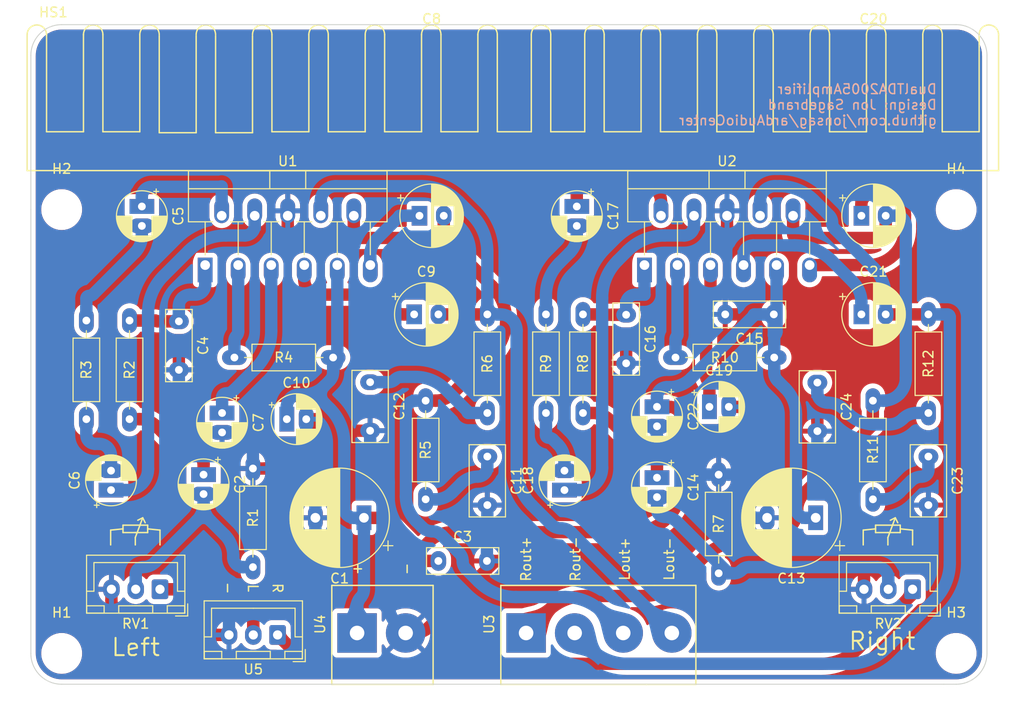
<source format=kicad_pcb>
(kicad_pcb (version 20211014) (generator pcbnew)
  (layers (0 "F.Cu" signal) (31 "B.Cu" signal) (34 "B.Paste" user) (35 "F.Paste" user) (36 "B.SilkS" user "B.Silkscreen") (37 "F.SilkS" user "F.Silkscreen") (38 "B.Mask" user) (39 "F.Mask" user) (44 "Edge.Cuts" user))
  (net 0 "")
  (net 1 "VCC")
  (net 2 "GND")
  (net 3 "Net-(C2-Pad1)")
  (net 4 "Net-(C2-Pad2)")
  (net 5 "Net-(C4-Pad1)")
  (net 6 "Net-(C5-Pad1)")
  (net 7 "Net-(C5-Pad2)")
  (net 8 "Net-(C6-Pad1)")
  (net 9 "Net-(C6-Pad2)")
  (net 10 "Net-(C7-Pad1)")
  (net 11 "Net-(C8-Pad1)")
  (net 12 "Left Out +")
  (net 13 "Net-(C9-Pad1)")
  (net 14 "Left Out -")
  (net 15 "Net-(C11-Pad1)")
  (net 16 "Net-(C12-Pad1)")
  (net 17 "Net-(C14-Pad1)")
  (net 18 "Net-(C14-Pad2)")
  (net 19 "Net-(C16-Pad1)")
  (net 20 "Net-(C17-Pad1)")
  (net 21 "Net-(C17-Pad2)")
  (net 22 "Net-(C18-Pad1)")
  (net 23 "Net-(C18-Pad2)")
  (net 24 "Net-(C19-Pad1)")
  (net 25 "Net-(C20-Pad1)")
  (net 26 "Right Out +")
  (net 27 "Net-(C21-Pad1)")
  (net 28 "Right Out -")
  (net 29 "Net-(C23-Pad1)")
  (net 30 "Net-(C24-Pad1)")
  (net 31 "Net-(R4-Pad2)")
  (net 32 "Net-(R10-Pad2)")
  (net 33 "Left In")
  (net 34 "Right In")
  (footprint "My_Misc:CP_Radial_D5.0mm_P2.00mm_larger" (layer "F.Cu") (at 169.8651 81.6001 90)
    (fp_text reference "C18")
    (fp_text value "47u/25V")
  )
  (footprint "My_Misc:C_Rect_L7.2mm_W3.5mm_P5.00mm_FKS2_FKP2_MKS2_MKP2 large" (layer "F.Cu") (at 161.925 78.145 -90)
    (fp_text reference "C11")
    (fp_text value "270n")
  )
  (footprint "My_Misc:CP_Radial_D5.0mm_P2.00mm_larger" (layer "F.Cu") (at 132.715 80.01 -90)
    (fp_text reference "C2")
    (fp_text value "1u/50V")
  )
  (footprint "My_Misc:CP_Radial_D5.0mm_P2.00mm_larger" (layer "F.Cu") (at 171.1351 52.3849 -90)
    (fp_text reference "C17")
    (fp_text value "47u/25V")
  )
  (footprint "My_Misc:CP_Radial_D6.3mm_P2.50mm_large" (layer "F.Cu") (at 154.3926 63.5)
    (fp_text reference "C9")
    (fp_text value "100u/25V")
  )
  (footprint "My_Misc:R_Axial_DIN0207_L6.3mm_D2.5mm_P10.16mm_Horizontal_larger_pads" (layer "F.Cu") (at 185.7401 90.17 90)
    (fp_text reference "R7")
    (fp_text value "100k" hide)
  )
  (footprint "My_Misc:CP_Radial_D5.0mm_P2.00mm_larger" (layer "F.Cu") (at 179.3901 80.3249 -90)
    (fp_text reference "C14")
    (fp_text value "1u/50V")
  )
  (footprint "My_Misc:TO-220-11_P3.4x5.08mm_StaggerOdd_Lead4.85mm_Vertical_large" (layer "F.Cu") (at 132.88 58.42)
    (fp_text reference "U1")
    (fp_text value "TDA2005")
  )
  (footprint "My_Misc:C_Rect_L7.2mm_W2.5mm_P5.00mm_FKS2_FKP2_MKS2_MKP2 large" (layer "F.Cu") (at 130.175 64.215 -90)
    (fp_text reference "C4")
    (fp_text value "1n")
  )
  (footprint "My_Misc:R_Axial_DIN0207_L6.3mm_D2.5mm_P10.16mm_Horizontal_larger_pads" (layer "F.Cu") (at 125.095 74.295 90)
    (fp_text reference "R2")
    (fp_text value "4.7k" hide)
  )
  (footprint "My_Misc:C_Rect_L7.2mm_W3.5mm_P5.00mm_FKS2_FKP2_MKS2_MKP2 large" (layer "F.Cu") (at 207.3301 78.145 -90)
    (fp_text reference "C23")
    (fp_text value "270n")
  )
  (footprint "My_Misc:CP_Radial_D5.0mm_P2.00mm_larger" (layer "F.Cu") (at 184.785 73.025)
    (fp_text reference "C19")
    (fp_text value "1u/50V")
  )
  (footprint "My_Misc:R_Axial_DIN0207_L6.3mm_D2.5mm_P10.16mm_Horizontal_larger_pads" (layer "F.Cu") (at 146.05 67.945 180)
    (fp_text reference "R4")
    (fp_text value "120k" hide)
  )
  (footprint "My_Misc:R_Axial_DIN0207_L6.3mm_D2.5mm_P10.16mm_Horizontal_larger_pads" (layer "F.Cu") (at 201.6151 72.39 -90)
    (fp_text reference "R11")
    (fp_text value "1R" hide)
  )
  (footprint "My_Misc:R_Axial_DIN0207_L6.3mm_D2.5mm_P10.16mm_Horizontal_larger_pads" (layer "F.Cu") (at 120.65 64.135 -90)
    (fp_text reference "R3")
    (fp_text value "330R" hide)
  )
  (footprint "My_Headers:3-pin JST Audio" (layer "F.Cu") (at 140.335 96.52 180)
    (fp_text reference "U5")
    (fp_text value "Audio in" hide)
  )
  (footprint "My_Misc:CP_Radial_D10.0mm_P5.00mm_larger" (layer "F.Cu") (at 149.225 84.455 180)
    (fp_text reference "C1")
    (fp_text value "470u/25V")
  )
  (footprint "My_Misc:C_Rect_L7.2mm_W2.5mm_P5.00mm_FKS2_FKP2_MKS2_MKP2 large" (layer "F.Cu") (at 191.4151 63.5 180)
    (fp_text reference "C15")
    (fp_text value "100n")
  )
  (footprint "My_Misc:R_Axial_DIN0207_L6.3mm_D2.5mm_P10.16mm_Horizontal_larger_pads" (layer "F.Cu") (at 161.925 63.5 -90)
    (fp_text reference "R6")
    (fp_text value "1R" hide)
  )
  (footprint "My_Misc:CP_Radial_D6.3mm_P2.50mm_large" (layer "F.Cu") (at 200.4327 63.5)
    (fp_text reference "C21")
    (fp_text value "100u/25V")
  )
  (footprint "MountingHole:MountingHole_3.2mm_M3" (layer "F.Cu") (at 210.185 52.705)
    (fp_text reference "H4")
    (fp_text value "MountingHole")
  )
  (footprint "My_Misc:CP_Radial_D5.0mm_P2.00mm_larger" (layer "F.Cu") (at 123.19 81.6001 90)
    (fp_text reference "C6")
    (fp_text value "47u/25V")
  )
  (footprint "My_Misc:C_Rect_L7.2mm_W2.5mm_P5.00mm_FKS2_FKP2_MKS2_MKP2 large" (layer "F.Cu") (at 156.885 88.9)
    (fp_text reference "C3")
    (fp_text value "100n")
  )
  (footprint "My_Misc:C_Rect_L7.2mm_W3.5mm_P5.00mm_FKS2_FKP2_MKS2_MKP2 large" (layer "F.Cu") (at 195.9001 70.525 -90)
    (fp_text reference "C24")
    (fp_text value "270n")
  )
  (footprint "My_Misc:R_Axial_DIN0207_L6.3mm_D2.5mm_P10.16mm_Horizontal_larger_pads" (layer "F.Cu") (at 191.4551 67.945 180)
    (fp_text reference "R10")
    (fp_text value "120k" hide)
  )
  (footprint "My_Misc:R_Axial_DIN0207_L6.3mm_D2.5mm_P10.16mm_Horizontal_larger_pads" (layer "F.Cu") (at 167.9601 63.5 -90)
    (fp_text reference "R9")
    (fp_text value "330R" hide)
  )
  (footprint "My_Misc:R_Axial_DIN0207_L6.3mm_D2.5mm_P10.16mm_Horizontal_larger_pads" (layer "F.Cu") (at 171.7701 73.66 90)
    (fp_text reference "R8")
    (fp_text value "4.7k" hide)
  )
  (footprint "My_Misc:C_Rect_L7.2mm_W2.5mm_P5.00mm_FKS2_FKP2_MKS2_MKP2 large" (layer "F.Cu") (at 176.2151 63.54 -90)
    (fp_text reference "C16")
    (fp_text value "1n")
  )
  (footprint "My_Heatsinks:Heatsink SK81 100x37.5x15" (layer "F.Cu") (at 114.5525 48.6875)
    (fp_text reference "HS1")
    (fp_text value "Heatsink")
  )
  (footprint "My_Misc:R_Axial_DIN0207_L6.3mm_D2.5mm_P10.16mm_Horizontal_larger_pads" (layer "F.Cu") (at 155.575 72.39 -90)
    (fp_text reference "R5")
    (fp_text value "1R" hide)
  )
  (footprint "My_Parts:4-pole_screw_terminal_RL_output" (layer "F.Cu") (at 165.915 96.32 90)
    (fp_text reference "U3")
    (fp_text value "Speakers out" hide)
  )
  (footprint "My_Misc:CP_Radial_D6.3mm_P2.50mm_large" (layer "F.Cu") (at 200.4327 53.34)
    (fp_text reference "C20")
    (fp_text value "100u/25V")
  )
  (footprint "My_Headers:3-pin JST Potentiometer" (layer "F.Cu") (at 205.7 91.818 180)
    (fp_text reference "RV2")
    (fp_text value "100k" hide)
  )
  (footprint "MountingHole:MountingHole_3.2mm_M3" (layer "F.Cu") (at 210.185 98.425)
    (fp_text reference "H3")
    (fp_text value "MountingHole")
  )
  (footprint "My_Misc:CP_Radial_D5.0mm_P2.00mm_larger" (layer "F.Cu") (at 134.62 73.66 -90)
    (fp_text reference "C7")
    (fp_text value "1u/50V")
  )
  (footprint "MountingHole:MountingHole_3.2mm_M3" (layer "F.Cu") (at 118.11 52.705)
    (fp_text reference "H2")
    (fp_text value "MountingHole")
  )
  (footprint "My_Misc:C_Rect_L7.2mm_W3.5mm_P5.00mm_FKS2_FKP2_MKS2_MKP2 large" (layer "F.Cu") (at 149.86 70.485 -90)
    (fp_text reference "C12")
    (fp_text value "270n")
  )
  (footprint "My_Parts:2-pole_power_in_screw_terminal" (layer "F.Cu") (at 148.516 96.32 90)
    (fp_text reference "U4")
    (fp_text value "Power in" hide)
  )
  (footprint "My_Misc:CP_Radial_D5.0mm_P2.00mm_larger" (layer "F.Cu") (at 126.365 52.3849 -90)
    (fp_text reference "C5")
    (fp_text value "47u/25V")
  )
  (footprint "My_Misc:CP_Radial_D6.3mm_P2.50mm_large" (layer "F.Cu") (at 154.94 53.34)
    (fp_text reference "C8")
    (fp_text value "100u/25V")
  )
  (footprint "My_Misc:CP_Radial_D10.0mm_P5.00mm_larger" (layer "F.Cu") (at 195.7278 84.455 180)
    (fp_text reference "C13")
    (fp_text value "470u/25V")
  )
  (footprint "My_Misc:TO-220-11_P3.4x5.08mm_StaggerOdd_Lead4.85mm_Vertical_large" (layer "F.Cu") (at 178.1001 58.42)
    (fp_text reference "U2")
    (fp_text value "TDA2005")
  )
  (footprint "My_Misc:CP_Radial_D5.0mm_P2.00mm_larger" (layer "F.Cu") (at 179.3901 73.025 -90)
    (fp_text reference "C22")
    (fp_text value "10u/25V")
  )
  (footprint "My_Headers:3-pin JST Potentiometer" (layer "F.Cu") (at 128.23 91.818 180)
    (fp_text reference "RV1")
    (fp_text value "100k" hide)
  )
  (footprint "My_Misc:CP_Radial_D5.0mm_P2.00mm_larger" (layer "F.Cu") (at 141.2849 74.295)
    (fp_text reference "C10")
    (fp_text value "10u/25V")
  )
  (footprint "MountingHole:MountingHole_3.2mm_M3" (layer "F.Cu") (at 118.11 98.425)
    (fp_text reference "H1")
    (fp_text value "MountingHole")
  )
  (footprint "My_Misc:R_Axial_DIN0207_L6.3mm_D2.5mm_P10.16mm_Horizontal_larger_pads" (layer "F.Cu") (at 207.3301 63.5 -90)
    (fp_text reference "R12")
    (fp_text value "1R" hide)
  )
  (footprint "My_Misc:R_Axial_DIN0207_L6.3mm_D2.5mm_P10.16mm_Horizontal_larger_pads" (layer "F.Cu") (at 137.795 89.535 90)
    (fp_text reference "R1")
    (fp_text value "100k" hide)
  )
  (gr_line (start 213.36 52.705) (end 213.36 98.425) (layer "Edge.Cuts") (width 0.1))
  (gr_line (start 114.935 98.425) (end 114.935 52.705) (layer "Edge.Cuts") (width 0.1))
  (gr_arc (start 213.36 98.425) (mid 212.430064 100.670064) (end 210.185 101.6) (layer "Edge.Cuts") (width 0.1))
  (gr_line (start 213.36 52.705) (end 213.36 36.83) (layer "Edge.Cuts") (width 0.1))
  (gr_line (start 208.915 101.6) (end 118.11 101.6) (layer "Edge.Cuts") (width 0.1))
  (gr_line (start 114.935 36.83) (end 114.935 52.705) (layer "Edge.Cuts") (width 0.1))
  (gr_line (start 118.11 33.655) (end 210.185 33.655) (layer "Edge.Cuts") (width 0.1))
  (gr_arc (start 210.185 33.655) (mid 212.430064 34.584936) (end 213.36 36.83) (layer "Edge.Cuts") (width 0.1))
  (gr_arc (start 114.935 36.83) (mid 115.864936 34.584936) (end 118.11 33.655) (layer "Edge.Cuts") (width 0.1))
  (gr_arc (start 118.11 101.6) (mid 115.864936 100.670064) (end 114.935 98.425) (layer "Edge.Cuts") (width 0.1))
  (gr_line (start 210.185 101.6) (end 208.915 101.6) (layer "Edge.Cuts") (width 0.1))
  (gr_text "DualTDA2005Amplifier\nDesign: Jon Sagebrand\ngithub.com/jonsag/ardAudioCenter" (at 208.28 41.91) (layer "B.SilkS") (effects (font (size 1 1)) (justify left mirror)))
  (gr_text "Left" (at 125.73 97.79) (layer "F.SilkS") (effects (font (size 1.778 1.778) (thickness 0.2032))))
  (gr_text "Right" (at 202.565 97.155) (layer "F.SilkS") (effects (font (size 1.778 1.778) (thickness 0.2032))))
  (segment (start 155.2585 88.9) (end 156.885 88.9) (width 1.27) (layer "F.Cu") (net 1))
  (segment (start 176.921448 85.9331) (end 158.365611 85.9331) (width 1.27) (layer "F.Cu") (net 1))
  (segment (start 180.6601 73.025) (end 179.3901 73.025) (width 1.27) (layer "F.Cu") (net 1))
  (segment (start 181.9301 80.924448) (end 181.9301 74.295) (width 1.27) (layer "F.Cu") (net 1))
  (segment (start 150.241 84.455) (end 149.225 84.455) (width 1.27) (layer "F.Cu") (net 1))
  (segment (start 155.128601 87.699398) (end 155.85495 86.97305) (width 1.27) (layer "F.Cu") (net 1))
  (segment (start 151.97542 85.17342) (end 154.501398 87.699398) (width 1.27) (layer "F.Cu") (net 1))
  (arc (start 154.815 88.4565) (mid 154.733497 88.046759) (end 154.501398 87.699398) (width 1.27) (layer "F.Cu") (net 1))
  (arc (start 158.365611 85.9331) (mid 157.006851 86.203374) (end 155.85495 86.97305) (width 1.27) (layer "F.Cu") (net 1))
  (arc (start 181.9301 80.924448) (mid 181.548839 82.841176) (end 180.4631 84.4661) (width 1.27) (layer "F.Cu") (net 1))
  (arc (start 154.815 88.4565) (mid 154.944898 88.770101) (end 155.2585 88.9) (width 1.27) (layer "F.Cu") (net 1))
  (arc (start 180.4631 84.4661) (mid 178.838176 85.551839) (end 176.921448 85.9331) (width 1.27) (layer "F.Cu") (net 1))
  (arc (start 155.128601 87.699398) (mid 154.896502 88.046759) (end 154.815 88.4565) (width 1.27) (layer "F.Cu") (net 1))
  (arc (start 181.9301 74.295) (mid 181.558125 73.396974) (end 180.6601 73.025) (width 1.27) (layer "F.Cu") (net 1))
  (arc (start 154.501398 87.699398) (mid 154.814999 87.829296) (end 155.128601 87.699398) (width 1.27) (layer "F.Cu") (net 1))
  (arc (start 151.97542 85.17342) (mid 151.179661 84.641711) (end 150.241 84.455) (width 1.27) (layer "F.Cu") (net 1))
  (segment (start 145.161 72.644) (end 145.7325 73.2155) (width 1.27) (layer "B.Cu") (net 1))
  (segment (start 189.4122 63.5) (end 190.3801 63.5) (width 1.27) (layer "B.Cu") (net 1))
  (segment (start 191.7001 65.280029) (end 191.7001 58.42) (width 1.27) (layer "B.Cu") (net 1))
  (segment (start 147.193 83.439) (end 147.193 76.741458) (width 1.27) (layer "B.Cu") (net 1))
  (segment (start 191.81431 70.33621) (end 192.57545 71.09735) (width 1.27) (layer "B.Cu") (net 1))
  (segment (start 143.014764 71.755) (end 142.5549 71.755) (width 1.27) (layer "B.Cu") (net 1))
  (segment (start 179.3901 72.009) (end 179.3901 73.025) (width 1.27) (layer "B.Cu") (net 1))
  (segment (start 146.05 69.265055) (end 146.05 69.469) (width 1.27) (layer "B.Cu") (net 1))
  (segment (start 191.577649 65.575649) (end 191.455235 65.698064) (width 1.27) (layer "B.Cu") (net 1))
  (segment (start 191.4551 67.437) (end 191.4551 68.453) (width 1.27) (layer "B.Cu") (net 1))
  (segment (start 145.160999 70.865999) (end 145.690789 70.33621) (width 1.27) (layer "B.Cu") (net 1))
  (segment (start 146.05 69.265055) (end 146.05 68.656944) (width 1.27) (layer "B.Cu") (net 1))
  (segment (start 194.7118 84.455) (end 195.7278 84.455) (width 1.27) (layer "B.Cu") (net 1))
  (segment (start 193.6958 83.439) (end 193.6958 73.802114) (width 1.27) (layer "B.Cu") (net 1))
  (segment (start 149.225 91.807661) (end 149.225 85.471) (width 1.27) (layer "B.Cu") (net 1))
  (segment (start 146.48 68.226944) (end 146.48 58.42) (width 1.27) (layer "B.Cu") (net 1))
  (segment (start 148.516 93.519338) (end 148.516 96.32) (width 1.27) (layer "B.Cu") (net 1))
  (segment (start 182.904195 70.075104) (end 189.297653 63.681646) (width 1.27) (layer "B.Cu") (net 1))
  (segment (start 180.4061 70.993) (end 180.6882 70.993) (width 1.27) (layer "B.Cu") (net 1))
  (segment (start 191.4551 65.69815) (end 191.4551 67.437) (width 1.27) (layer "B.Cu") (net 1))
  (segment (start 191.455064 65.698064) (end 191.4351 65.6781) (width 1.27) (layer "B.Cu") (net 1))
  (segment (start 191.4551 68.453) (end 191.4551 69.469) (width 1.27) (layer "B.Cu") (net 1))
  (segment (start 146.05 68.656944) (end 146.05 67.945) (width 1.27) (layer "B.Cu") (net 1))
  (segment (start 191.4151 64.535) (end 191.4151 65.629815) (width 1.27) (layer "B.Cu") (net 1))
  (segment (start 141.2849 73.025) (end 141.2849 74.295) (width 1.27) (layer "B.Cu") (net 1))
  (arc (start 191.455235 65.698064) (mid 191.455196 65.69809) (end 191.45515 65.6981) (width 1.27) (layer "B.Cu") (net 1))
  (arc (start 145.160999 70.865999) (mid 144.792763 71.754999) (end 145.161 72.644) (width 1.27) (layer "B.Cu") (net 1))
  (arc (start 149.225 85.471) (mid 148.92742 84.752579) (end 148.209 84.455) (width 1.27) (layer "B.Cu") (net 1))
  (arc (start 189.4122 63.5) (mid 189.364753 63.519653) (end 189.3451 63.5671) (width 1.27) (layer "B.Cu") (net 1))
  (arc (start 189.3451 63.5671) (mid 189.332768 63.629092) (end 189.297653 63.681646) (width 1.27) (layer "B.Cu") (net 1))
  (arc (start 146.48 68.226944) (mid 146.424123 68.507855) (end 146.265 68.746) (width 1.27) (layer "B.Cu") (net 1))
  (arc (start 143.014764 71.755) (mid 144.176298 71.523956) (end 145.160999 70.865999) (width 1.27) (layer "B.Cu") (net 1))
  (arc (start 191.45515 65.6981) (mid 191.455114 65.698114) (end 191.4551 65.69815) (width 1.27) (layer "B.Cu") (net 1))
  (arc (start 145.7325 73.2155) (mid 146.813428 74.833223) (end 147.193 76.741458) (width 1.27) (layer "B.Cu") (net 1))
  (arc (start 191.455064 65.698064) (mid 191.455103 65.69809) (end 191.45515 65.6981) (width 1.27) (layer "B.Cu") (net 1))
  (arc (start 146.05 68.656944) (mid 146.127747 68.773301) (end 146.265 68.746) (width 1.27) (layer "B.Cu") (net 1))
  (arc (start 191.4551 65.69815) (mid 191.45509 65.698103) (end 191.455064 65.698064) (width 1.27) (layer "B.Cu") (net 1))
  (arc (start 147.193 83.439) (mid 147.490579 84.15742) (end 148.209 84.455) (width 1.27) (layer "B.Cu") (net 1))
  (arc (start 180.4061 70.993) (mid 179.687679 71.290579) (end 179.3901 72.009) (width 1.27) (layer "B.Cu") (net 1))
  (arc (start 192.57545 71.09735) (mid 193.40463 72.338306) (end 193.6958 73.802114) (width 1.27) (layer "B.Cu") (net 1))
  (arc (start 182.904195 70.075104) (mid 181.887487 70.754446) (end 180.6882 70.993) (width 1.27) (layer "B.Cu") (net 1))
  (arc (start 146.05 69.469) (mid 145.956644 69.93833) (end 145.690789 70.33621) (width 1.27) (layer "B.Cu") (net 1))
  (arc (start 148.8705 92.6635) (mid 148.608131 93.056161) (end 148.516 93.519338) (width 1.27) (layer "B.Cu") (net 1))
  (arc (start 191.4551 69.469) (mid 191.548455 69.93833) (end 191.81431 70.33621) (width 1.27) (layer "B.Cu") (net 1))
  (arc (start 191.7001 65.280029) (mid 191.668276 65.440017) (end 191.577649 65.575649) (width 1.27) (layer "B.Cu") (net 1))
  (arc (start 149.225 91.807661) (mid 149.132868 92.270837) (end 148.8705 92.6635) (width 1.27) (layer "B.Cu") (net 1))
  (arc (start 191.4151 65.629815) (mid 191.420297 65.655946) (end 191.4351 65.6781) (width 1.27) (layer "B.Cu") (net 1))
  (arc (start 193.6958 83.439) (mid 193.993379 84.15742) (end 194.7118 84.455) (width 1.27) (layer "B.Cu") (net 1))
  (arc (start 191.4151 64.535) (mid 191.111955 63.803144) (end 190.3801 63.5) (width 1.27) (layer "B.Cu") (net 1))
  (arc (start 145.161 72.644) (mid 144.176298 71.986043) (end 143.014764 71.755) (width 1.27) (layer "B.Cu") (net 1))
  (arc (start 146.265 68.746) (mid 146.105876 68.984144) (end 146.05 69.265055) (width 1.27) (layer "B.Cu") (net 1))
  (arc (start 142.5549 71.755) (mid 141.656874 72.126974) (end 141.2849 73.025) (width 1.27) (layer "B.Cu") (net 1))
  (segment (start 148.1455 75.485) (end 147.348357 75.485) (width 1.27) (layer "F.Cu") (net 2))
  (segment (start 194.8651 73.455) (end 193.673555 73.455) (width 1.27) (layer "F.Cu") (net 2))
  (segment (start 192.9395 70.347637) (end 192.9395 72.720944) (width 1.27) (layer "F.Cu") (net 2))
  (segment (start 187.801 73.025) (end 186.785 73.025) (width 1.27) (layer "F.Cu") (net 2))
  (segment (start 189.7118 84.455) (end 190.7278 84.455) (width 1.27) (layer "F.Cu") (net 2))
  (segment (start 132.007 95.312) (end 132.465466 95.770466) (width 1.27) (layer "F.Cu") (net 2))
  (segment (start 179.202828 55.372) (end 185.5841 55.372) (width 1.27) (layer "F.Cu") (net 2))
  (segment (start 189.833 73.025) (end 192.635444 73.025) (width 1.27) (layer "F.Cu") (net 2))
  (segment (start 207.3301 84.18) (end 207.3301 83.145) (width 1.27) (layer "F.Cu") (net 2))
  (segment (start 193.34515 66.54335) (end 193.194247 66.392447) (width 1.27) (layer "F.Cu") (net 2))
  (segment (start 193.9073 67.9005) (end 193.9073 68.011162) (width 1.27) (layer "F.Cu") (net 2))
  (segment (start 134.275 96.52) (end 135.335 96.52) (width 1.27) (layer "F.Cu") (net 2))
  (segment (start 189.833 73.025) (end 187.801 73.025) (width 1.27) (layer "F.Cu") (net 2))
  (segment (start 178.766536 88.9) (end 163.1669 88.9) (width 1.27) (layer "F.Cu") (net 2))
  (segment (start 139.01595 79.375) (end 137.795 79.375) (width 1.27) (layer "F.Cu") (net 2))
  (segment (start 201.508222 88.723776) (end 204.199195 86.032804) (width 1.27) (layer "F.Cu") (net 2))
  (segment (start 123.23 92.961) (end 123.23 91.818) (width 1.27) (layer "F.Cu") (net 2))
  (segment (start 189.7118 84.455) (end 187.6798 84.455) (width 1.27) (layer "F.Cu") (net 2))
  (segment (start 186.6001 54.356) (end 186.6001 53.34) (width 1.27) (layer "F.Cu") (net 2))
  (segment (start 130.9317 60.66987) (end 130.9317 58.529635) (width 1.27) (layer "F.Cu") (net 2))
  (segment (start 149.2885 75.485) (end 149.86 75.485) (width 1.27) (layer "F.Cu") (net 2))
  (segment (start 177.100611 61.409211) (end 177.837171 62.145771) (width 1.27) (layer "F.Cu") (net 2))
  (segment (start 176.1862 58.388628) (end 176.1862 60.223586) (width 1.27) (layer "F.Cu") (net 2))
  (segment (start 154.4178 96.32) (end 153.516 96.32) (width 1.27) (layer "F.Cu") (net 2))
  (segment (start 195.9001 74.49) (end 195.9001 75.525) (width 1.27) (layer "F.Cu") (net 2))
  (segment (start 200.7 90.675) (end 200.7 91.818) (width 1.27) (layer "F.Cu") (net 2))
  (segment (start 162.3123 88.9) (end 163.1669 88.9) (width 1.27) (layer "F.Cu") (net 2))
  (segment (start 188.418 63.5) (end 186.4151 63.5) (width 1.27) (layer "F.Cu") (net 2))
  (segment (start 140.364 55.372) (end 134.089335 55.372) (width 1.27) (layer "F.Cu") (net 2))
  (segment (start 141.38 54.356) (end 141.38 53.34) (width 1.27) (layer "F.Cu") (net 2))
  (segment (start 206.17355 85.215) (end 206.2951 85.215) (width 1.27) (layer "F.Cu") (net 2))
  (segment (start 144.475442 74.295) (end 143.2849 74.295) (width 1.27) (layer "F.Cu") (net 2))
  (segment (start 184.323416 85.597083) (end 182.614292 87.306207) (width 1.27) (layer "F.Cu") (net 2))
  (segment (start 149.2885 75.485) (end 148.1455 75.485) (width 1.27) (layer "F.Cu") (net 2))
  (segment (start 144.475442 74.295) (end 145.9119 74.89) (width 1.27) (layer "F.Cu") (net 2))
  (segment (start 176.2151 66.5371) (end 176.2151 68.54) (width 1.27) (layer "F.Cu") (net 2))
  (segment (start 131.64505 62.39205) (end 131.656384 62.403384) (width 1.27) (layer "F.Cu") (net 2))
  (segment (start 131.656384 65.793015) (end 130.350149 67.09925) (width 1.27) (layer "F.Cu") (net 2))
  (segment (start 129.09063 94.104) (end 124.373 94.104) (width 1.27) (layer "F.Cu") (net 2))
  (segment (start 162.437453 89.202146) (end 155.957268 95.682331) (width 1.27) (layer "F.Cu") (net 2))
  (segment (start 176.773188 61.273588) (end 176.5136 61.014) (width 1.27) (layer "F.Cu") (net 2))
  (segment (start 144.721899 74.889999) (end 141.100242 78.511657) (width 1.27) (layer "F.Cu") (net 2))
  (segment (start 162.3123 88.9) (end 161.885 88.9) (width 1.27) (layer "F.Cu") (net 2))
  (segment (start 176.396746 66.422553) (end 177.837171 64.982128) (width 1.27) (layer "F.Cu") (net 2))
  (segment (start 189.863852 65.012952) (end 188.532546 63.681646) (width 1.27) (layer "F.Cu") (net 2))
  (segment (start 187.08065 84.455) (end 187.6798 84.455) (width 1.27) (layer "F.Cu") (net 2))
  (segment (start 130.175 67.2097) (end 130.175 69.215) (width 1.27) (layer "F.Cu") (net 2))
  (arc (start 163.1669 88.9) (mid 162.772126 88.978525) (end 162.437453 89.202146) (width 1.27) (layer "F.Cu") (net 2))
  (arc (start 177.837171 62.145771) (mid 178.271932 62.796437) (end 178.4246 63.56395) (width 1.27) (layer "F.Cu") (net 2))
  (arc (start 206.17355 85.215) (mid 205.105036 85.42754) (end 204.199195 86.032804) (width 1.27) (layer "F.Cu") (net 2))
  (arc (start 177.100611 61.409211) (mid 177.025499 61.359023) (end 176.9369 61.3414) (width 1.27) (layer "F.Cu") (net 2))
  (arc (start 178.4246 63.56395) (mid 178.271932 64.331462) (end 177.837171 64.982128) (width 1.27) (layer "F.Cu") (net 2))
  (arc (start 131.656384 62.403384) (mid 132.175951 63.180972) (end 132.3584 64.0982) (width 1.27) (layer "F.Cu") (net 2))
  (arc (start 155.957268 95.682331) (mid 155.250954 96.154275) (end 154.4178 96.32) (width 1.27) (layer "F.Cu") (net 2))
  (arc (start 141.38 54.356) (mid 141.08242 55.07442) (end 140.364 55.372) (width 1.27) (layer "F.Cu") (net 2))
  (arc (start 201.508222 88.723776) (mid 200.91005 89.619005) (end 200.7 90.675) (width 1.27) (layer "F.Cu") (net 2))
  (arc (start 123.23 92.961) (mid 123.564776 93.769223) (end 124.373 94.104) (width 1.27) (layer "F.Cu") (net 2))
  (arc (start 207.3301 84.18) (mid 207.026955 84.911855) (end 206.2951 85.215) (width 1.27) (layer "F.Cu") (net 2))
  (arc (start 176.1862 60.223586) (mid 176.271288 60.651355) (end 176.5136 61.014) (width 1.27) (layer "F.Cu") (net 2))
  (arc (start 177.06975 56.25555) (mid 176.415827 57.234214) (end 176.1862 58.388628) (width 1.27) (layer "F.Cu") (net 2))
  (arc (start 130.350149 67.09925) (mid 130.299474 67.133109) (end 130.2397 67.145) (width 1.27) (layer "F.Cu") (net 2))
  (arc (start 193.34515 66.54335) (mid 193.761201 67.166015) (end 193.9073 67.9005) (width 1.27) (layer "F.Cu") (net 2))
  (arc (start 193.9073 68.011162) (mid 193.781538 68.643407) (end 193.4234 69.1794) (width 1.27) (layer "F.Cu") (net 2))
  (arc (start 195.9001 74.49) (mid 195.596955 73.758144) (end 194.8651 73.455) (width 1.27) (layer "F.Cu") (net 2))
  (arc (start 131.85655 56.29685) (mid 131.17206 57.32126) (end 130.9317 58.529635) (width 1.27) (layer "F.Cu") (net 2))
  (arc (start 192.9395 72.720944) (mid 192.995376 73.001855) (end 193.1545 73.24) (width 1.27) (layer "F.Cu") (net 2))
  (arc (start 162.437453 89.202146) (mid 162.47582 89.00926) (end 162.3123 88.9) (width 1.27) (layer "F.Cu") (net 2))
  (arc (start 186.6001 54.356) (mid 186.30252 55.07442) (end 185.5841 55.372) (width 1.27) (layer "F.Cu") (net 2))
  (arc (start 176.773188 61.273588) (mid 176.848299 61.323776) (end 176.9369 61.3414) (width 1.27) (layer "F.Cu") (net 2))
  (arc (start 130.2397 67.145) (mid 130.19395 67.16395) (end 130.175 67.2097) (width 1.27) (layer "F.Cu") (net 2))
  (arc (start 188.4851 63.5671) (mid 188.49743 63.629092) (end 188.532546 63.681646) (width 1.27) (layer "F.Cu") (net 2))
  (arc (start 182.614292 87.306207) (mid 180.848926 88.485786) (end 178.766536 88.9) (width 1.27) (layer "F.Cu") (net 2))
  (arc (start 176.2822 66.47) (mid 176.234753 66.489653) (end 176.2151 66.5371) (width 1.27) (layer "F.Cu") (net 2))
  (arc (start 193.1545 73.24) (mid 193.392644 73.399123) (end 193.673555 73.455) (width 1.27) (layer "F.Cu") (net 2))
  (arc (start 176.396746 66.422553) (mid 176.344192 66.457668) (end 176.2822 66.47) (width 1.27) (layer "F.Cu") (net 2))
  (arc (start 193.4234 69.1794) (mid 193.065261 69.715391) (end 192.9395 70.347637) (width 1.27) (layer "F.Cu") (net 2))
  (arc (start 141.100242 78.511657) (mid 140.14396 79.150624) (end 139.01595 79.375) (width 1.27) (layer "F.Cu") (net 2))
  (arc (start 187.08065 84.455) (mid 185.588445 84.751817) (end 184.323416 85.597083) (width 1.27) (layer "F.Cu") (net 2))
  (arc (start 145.9119 74.89) (mid 146.570952 75.330364) (end 147.348357 75.485) (width 1.27) (layer "F.Cu") (net 2))
  (arc (start 193.1545 73.24) (mid 192.916355 73.080876) (end 192.635444 73.025) (width 1.27) (layer "F.Cu") (net 2))
  (arc (start 193.194247 66.392447) (mid 192.430248 65.881959) (end 191.52905 65.7027) (width 1.27) (layer "F.Cu") (net 2))
  (arc (start 189.863852 65.012952) (mid 190.627851 65.52344) (end 191.52905 65.7027) (width 1.27) (layer "F.Cu") (net 2))
  (arc (start 188.4851 63.5671) (mid 188.465446 63.519653) (end 188.418 63.5) (width 1.27) (layer "F.Cu") (net 2))
  (arc (start 134.089335 55.372) (mid 132.88096 55.61236) (end 131.85655 56.29685) (width 1.27) (layer "F.Cu") (net 2))
  (arc (start 145.9119 74.89) (mid 145.316899 74.643542) (end 144.721899 74.889999) (width 1.27) (layer "F.Cu") (net 2))
  (arc (start 132.007 95.312) (mid 130.668958 94.417948) (end 129.09063 94.104) (width 1.27) (layer "F.Cu") (net 2))
  (arc (start 132.465466 95.770466) (mid 133.295687 96.325202) (end 134.275 96.52) (width 1.27) (layer "F.Cu") (net 2))
  (arc (start 132.3584 64.0982) (mid 132.175951 65.015427) (end 131.656384 65.793015) (width 1.27) (layer "F.Cu") (net 2))
  (arc (start 144.721899 74.889999) (mid 144.797453 74.51016) (end 144.475442 74.295) (width 1.27) (layer "F.Cu") (net 2))
  (arc (start 130.9317 60.66987) (mid 131.117093 61.601907) (end 131.64505 62.39205) (width 1.27) (layer "F.Cu") (net 2))
  (arc (start 179.202828 55.372) (mid 178.048414 55.601627) (end 177.06975 56.25555) (width 1.27) (layer "F.Cu") (net 2))
  (arc (start 192.635444 73.025) (mid 192.850444 72.935944) (end 192.9395 72.720944) (width 1.27) (layer "F.Cu") (net 2))
  (segment (start 137.4775 76.5175) (end 137.350918 76.390918) (width 1.27) (layer "B.Cu") (net 2))
  (segment (start 189.7118 84.455) (end 190.7278 84.455) (width 1.27) (layer "B.Cu") (net 2))
  (segment (start 161.925 86.545715) (end 161.925 83.145) (width 1.27) (layer "B.Cu") (net 2))
  (segment (start 133.35 75.66) (end 133.251572 75.66) (width 1.27) (layer "B.Cu") (net 2))
  (segment (start 186.7561 80.01) (end 187.118945 80.01) (width 1.27) (layer "B.Cu") (net 2))
  (segment (start 186.785 74.867014) (end 186.785 73.025) (width 1.27) (layer "B.Cu") (net 2))
  (segment (start 152.6403 95.4443) (end 153.516 96.32) (width 1.27) (layer "B.Cu") (net 2))
  (segment (start 187.7721 77.250085) (end 187.7721 79.356845) (width 1.27) (layer "B.Cu") (net 2))
  (segment (start 176.2151 73.940987) (end 176.2151 68.54) (width 1.27) (layer "B.Cu") (net 2))
  (segment (start 130.906855 72.016855) (end 131.206723 72.316723) (width 1.27) (layer "B.Cu") (net 2))
  (segment (start 143.2849 76.170248) (end 143.2849 74.295) (width 1.27) (layer "B.Cu") (net 2))
  (segment (start 203.303863 85.215) (end 206.2951 85.215) (width 1.27) (layer "B.Cu") (net 2))
  (segment (start 182.989679 79.291579) (end 181.2377 77.5396) (width 1.27) (layer "B.Cu") (net 2))
  (segment (start 135.89 75.66) (end 133.35 75.66) (width 1.27) (layer "B.Cu") (net 2))
  (segment (start 207.3301 84.18) (end 207.3301 83.145) (width 1.27) (layer "B.Cu") (net 2))
  (segment (start 151.7646 80.806355) (end 151.7646 93.330173) (width 1.27) (layer "B.Cu") (net 2))
  (segment (start 197.493892 81.658992) (end 199.456107 83.621207) (width 1.27) (layer "B.Cu") (net 2))
  (segment (start 150.591855 78.286855) (end 150.8123 78.5073) (width 1.27) (layer "B.Cu") (net 2))
  (segment (start 144.225 83.185) (end 144.225 78.439851) (width 1.27) (layer "B.Cu") (net 2))
  (segment (start 149.86 76.52) (end 149.86 75.485) (width 1.27) (layer "B.Cu") (net 2))
  (segment (start 195.9001 77.811236) (end 195.9001 75.525) (width 1.27) (layer "B.Cu") (net 2))
  (segment (start 144.225 83.185) (end 144.225 85.725) (width 1.27) (layer "B.Cu") (net 2))
  (segment (start 188.6958 81.586854) (end 188.6958 83.439) (width 1.27) (layer "B.Cu") (net 2))
  (segment (start 137.795 77.284012) (end 137.795 79.375) (width 1.27) (layer "B.Cu") (net 2))
  (segment (start 186.7561 80.01) (end 184.7241 80.01) (width 1.27) (layer "B.Cu") (net 2))
  (segment (start 130.175 70.25) (end 130.175 69.215) (width 1.27) (layer "B.Cu") (net 2))
  (segment (start 179.3901 76.041) (end 179.3901 76.3745) (width 1.27) (layer "B.Cu") (net 2))
  (segment (start 135.335 95.0595) (end 135.335 96.52) (width 1.27) (layer "B.Cu") (net 2))
  (segment (start 177.299112 75.025) (end 178.3741 75.025) (width 1.27) (layer "B.Cu") (net 2))
  (segment (start 143.326974 87.893025) (end 137.569716 93.650283) (width 1.27) (layer "B.Cu") (net 2))
  (segment (start 161.885 86.642284) (end 161.885 88.9) (width 1.27) (layer "B.Cu") (net 2))
  (segment (start 135.89 75.66) (end 136.89 75.66) (width 1.27) (layer "B.Cu") (net 2))
  (arc (start 179.3901 76.3745) (mid 179.589999 76.8571) (end 180.0726 77.057) (width 1.27) (layer "B.Cu") (net 2))
  (arc (start 131.206723 72.316723) (mid 131.853042 73.284008) (end 132.08 74.425) (width 1.27) (layer "B.Cu") (net 2))
  (arc (start 186.785 74.867014) (mid 186.913269 75.511868) (end 187.27855 76.05855) (width 1.27) (layer "B.Cu") (net 2))
  (arc (start 181.2377 77.5396) (mid 180.703147 77.182423) (end 180.0726 77.057) (width 1.27) (layer "B.Cu") (net 2))
  (arc (start 137.569716 93.650283) (mid 136.923162 94.082296) (end 136.1605 94.234) (width 1.27) (layer "B.Cu") (net 2))
  (arc (start 151.7646 93.330173) (mid 151.992187 94.47433) (end 152.6403 95.4443) (width 1.27) (layer "B.Cu") (net 2))
  (arc (start 187.7721 79.356845) (mid 187.89213 79.960281) (end 188.23395 80.47185) (width 1.27) (layer "B.Cu") (net 2))
  (arc (start 132.08 74.425) (mid 132.423145 75.298276) (end 133.251572 75.66) (width 1.27) (layer "B.Cu") (net 2))
  (arc (start 176.5326 74.7075) (mid 176.884278 74.942484) (end 177.299112 75.025) (width 1.27) (layer "B.Cu") (net 2))
  (arc (start 187.27855 76.05855) (mid 187.64383 76.60523) (end 187.7721 77.250085) (width 1.27) (layer "B.Cu") (net 2))
  (arc (start 179.3901 76.041) (mid 179.09252 75.322579) (end 178.3741 75.025) (width 1.27) (layer "B.Cu") (net 2))
  (arc (start 195.9001 77.811236) (mid 196.314313 79.893626) (end 197.493892 81.658992) (width 1.27) (layer "B.Cu") (net 2))
  (arc (start 199.456107 83.621207) (mid 201.221472 84.800786) (end 203.303863 85.215) (width 1.27) (layer "B.Cu") (net 2))
  (arc (start 144.225 85.725) (mid 143.99161 86.898326) (end 143.326974 87.893025) (width 1.27) (layer "B.Cu") (net 2))
  (arc (start 176.2151 73.940987) (mid 176.297615 74.35582) (end 176.5326 74.7075) (width 1.27) (layer "B.Cu") (net 2))
  (arc (start 137.16 75.93) (mid 137.080918 75.739081) (end 136.89 75.66) (width 1.27) (layer "B.Cu") (net 2))
  (arc (start 182.989679 79.291579) (mid 183.785438 79.823288) (end 184.7241 80.01) (width 1.27) (layer "B.Cu") (net 2))
  (arc (start 188.6958 83.439) (mid 188.993379 84.15742) (end 189.7118 84.455) (width 1.27) (layer "B.Cu") (net 2))
  (arc (start 137.16 75.93) (mid 137.209617 76.179447) (end 137.350918 76.390918) (width 1.27) (layer "B.Cu") (net 2))
  (arc (start 150.8123 78.5073) (mid 151.517105 79.562115) (end 151.7646 80.806355) (width 1.27) (layer "B.Cu") (net 2))
  (arc (start 188.23395 80.47185) (mid 187.722381 80.13003) (end 187.118945 80.01) (width 1.27) (layer "B.Cu") (net 2))
  (arc (start 188.23395 80.47185) (mid 188.575769 80.983418) (end 188.6958 81.586854) (width 1.27) (layer "B.Cu") (net 2))
  (arc (start 161.925 86.545715) (mid 161.919802 86.571846) (end 161.905 86.594) (width 1.27) (layer "B.Cu") (net 2))
  (arc (start 149.86 76.52) (mid 150.050202 77.476215) (end 150.591855 78.286855) (width 1.27) (layer "B.Cu") (net 2))
  (arc (start 161.905 86.594) (mid 161.890197 86.616152) (end 161.885 86.642284) (width 1.27) (layer "B.Cu") (net 2))
  (arc (start 207.3301 84.18) (mid 207.026955 84.911855) (end 206.2951 85.215) (width 1.27) (layer "B.Cu") (net 2))
  (arc (start 130.175 70.25) (mid 130.365202 71.206215) (end 130.906855 72.016855) (width 1.27) (layer "B.Cu") (net 2))
  (arc (start 187.118945 80.01) (mid 187.580795 79.818695) (end 187.7721 79.356845) (width 1.27) (layer "B.Cu") (net 2))
  (arc (start 137.4775 76.5175) (mid 137.712484 76.869178) (end 137.795 77.284012) (width 1.27) (layer "B.Cu") (net 2))
  (arc (start 136.1605 94.234) (mid 135.576783 94.475783) (end 135.335 95.0595) (width 1.27) (layer "B.Cu") (net 2))
  (arc (start 143.2849 76.170248) (mid 143.407062 76.784398) (end 143.75495 77.30505) (width 1.27) (layer "B.Cu") (net 2))
  (arc (start 143.75495 77.30505) (mid 144.102837 77.825701) (end 144.225 78.439851) (width 1.27) (layer "B.Cu") (net 2))
  (segment (start 132.715 78.9305) (end 132.715 80.01) (width 1.27) (layer "F.Cu") (net 3))
  (segment (start 126.111 74.295) (end 125.095 74.295) (width 1.27) (layer "F.Cu") (net 3))
  (segment (start 127.84542 75.01342) (end 130.13648 77.30448) (width 1.27) (layer "F.Cu") (net 3))
  (arc (start 127.84542 75.01342) (mid 127.049661 74.481711) (end 126.111 74.295) (width 1.27) (layer "F.Cu") (net 3))
  (arc (start 132.715 78.9305) (mid 132.436019 78.25698) (end 131.7625 77.978) (width 1.27) (layer "F.Cu") (net 3))
  (arc (start 130.13648 77.30448) (mid 130.882504 77.802957) (end 131.7625 77.978) (width 1.27) (layer "F.Cu") (net 3))
  (segment (start 135.763 88.519) (end 135.763 88.3125) (width 1.27) (layer "B.Cu") (net 4))
  (segment (start 132.715 83.026) (end 132.715 82.01) (width 1.27) (layer "B.Cu") (net 4))
  (segment (start 125.73 90.2795) (end 125.73 91.818) (width 1.27) (layer "B.Cu") (net 4))
  (segment (start 127.753562 89.003437) (end 131.996579 84.76042) (width 1.27) (layer "B.Cu") (net 4))
  (segment (start 134.898561 86.225561) (end 133.43342 84.76042) (width 1.27) (layer "B.Cu") (net 4))
  (segment (start 136.779 89.535) (end 137.795 89.535) (width 1.27) (layer "B.Cu") (net 4))
  (arc (start 134.898561 86.225561) (mid 135.538339 87.183057) (end 135.763 88.3125) (width 1.27) (layer "B.Cu") (net 4))
  (arc (start 127.753562 89.003437) (mid 127.168099 89.39463) (end 126.4775 89.532) (width 1.27) (layer "B.Cu") (net 4))
  (arc (start 131.996579 84.76042) (mid 132.528288 83.964661) (end 132.715 83.026) (width 1.27) (layer "B.Cu") (net 4))
  (arc (start 133.43342 84.76042) (mid 132.714999 84.46284) (end 131.996579 84.76042) (width 1.27) (layer "B.Cu") (net 4))
  (arc (start 135.763 88.519) (mid 136.060579 89.23742) (end 136.779 89.535) (width 1.27) (layer "B.Cu") (net 4))
  (arc (start 132.715 83.026) (mid 132.901711 83.964661) (end 133.43342 84.76042) (width 1.27) (layer "B.Cu") (net 4))
  (arc (start 126.4775 89.532) (mid 125.948937 89.750937) (end 125.73 90.2795) (width 1.27) (layer "B.Cu") (net 4))
  (segment (start 127.945568 64.215) (end 130.175 64.215) (width 1.27) (layer "F.Cu") (net 5))
  (segment (start 127.752431 64.135) (end 125.095 64.135) (width 1.27) (layer "F.Cu") (net 5))
  (arc (start 127.849 64.175) (mid 127.893305 64.204604) (end 127.945568 64.215) (width 1.27) (layer "F.Cu") (net 5))
  (arc (start 127.849 64.175) (mid 127.804693 64.145395) (end 127.752431 64.135) (width 1.27) (layer "F.Cu") (net 5))
  (segment (start 131.330711 61.468) (end 131.866 61.468) (width 1.27) (layer "B.Cu") (net 5))
  (segment (start 132.88 60.454) (end 132.88 58.42) (width 1.27) (layer "B.Cu") (net 5))
  (segment (start 130.175 62.623711) (end 130.175 64.215) (width 1.27) (layer "B.Cu") (net 5))
  (arc (start 131.330711 61.468) (mid 130.888439 61.555973) (end 130.5135 61.8065) (width 1.27) (layer "B.Cu") (net 5))
  (arc (start 130.5135 61.8065) (mid 130.262973 62.181439) (end 130.175 62.623711) (width 1.27) (layer "B.Cu") (net 5))
  (arc (start 132.88 60.454) (mid 132.583006 61.171006) (end 131.866 61.468) (width 1.27) (layer "B.Cu") (net 5))
  (segment (start 134.58 50.335062) (end 134.58 53.34) (width 1.27) (layer "B.Cu") (net 6))
  (segment (start 126.365 51.3689) (end 126.365 52.3849) (width 1.27) (layer "B.Cu") (net 6))
  (segment (start 127.381 50.3529) (end 134.476037 50.3529) (width 1.27) (layer "B.Cu") (net 6))
  (arc (start 127.381 50.3529) (mid 126.662579 50.650479) (end 126.365 51.3689) (width 1.27) (layer "B.Cu") (net 6))
  (arc (start 134.54955 50.32245) (mid 134.515821 50.344986) (end 134.476037 50.3529) (width 1.27) (layer "B.Cu") (net 6))
  (arc (start 134.58 50.335062) (mid 134.568988 50.318583) (end 134.54955 50.32245) (width 1.27) (layer "B.Cu") (net 6))
  (segment (start 120.65 61.86345) (end 120.65 64.135) (width 1.27) (layer "B.Cu") (net 7))
  (segment (start 121.376722 61.405177) (end 125.646579 57.13532) (width 1.27) (layer "B.Cu") (net 7))
  (segment (start 126.365 55.4009) (end 126.365 54.3849) (width 1.27) (layer "B.Cu") (net 7))
  (arc (start 120.91845 61.595) (mid 120.728627 61.673627) (end 120.65 61.86345) (width 1.27) (layer "B.Cu") (net 7))
  (arc (start 121.376722 61.405177) (mid 121.166465 61.545666) (end 120.91845 61.595) (width 1.27) (layer "B.Cu") (net 7))
  (arc (start 126.365 55.4009) (mid 126.178288 56.339561) (end 125.646579 57.13532) (width 1.27) (layer "B.Cu") (net 7))
  (segment (start 124.831691 81.6001) (end 123.19 81.6001) (width 1.27) (layer "B.Cu") (net 8))
  (segment (start 127.0004 79.431391) (end 127.0004 63.378963) (width 1.27) (layer "B.Cu") (net 8))
  (segment (start 136.964 55.372) (end 135.007363 55.372) (width 1.27) (layer "B.Cu") (net 8))
  (segment (start 137.98 54.356) (end 137.98 53.34) (width 1.27) (layer "B.Cu") (net 8))
  (segment (start 131.159606 56.965792) (end 128.594192 59.531207) (width 1.27) (layer "B.Cu") (net 8))
  (arc (start 128.594192 59.531207) (mid 127.414613 61.296572) (end 127.0004 63.378963) (width 1.27) (layer "B.Cu") (net 8))
  (arc (start 137.98 54.356) (mid 137.68242 55.07442) (end 136.964 55.372) (width 1.27) (layer "B.Cu") (net 8))
  (arc (start 127.0004 79.431391) (mid 126.835316 80.26132) (end 126.3652 80.9649) (width 1.27) (layer "B.Cu") (net 8))
  (arc (start 126.3652 80.9649) (mid 125.66162 81.435016) (end 124.831691 81.6001) (width 1.27) (layer "B.Cu") (net 8))
  (arc (start 135.007363 55.372) (mid 132.924972 55.786213) (end 131.159606 56.965792) (width 1.27) (layer "B.Cu") (net 8))
  (segment (start 121.55345 76.835) (end 121.93852 76.835) (width 1.27) (layer "B.Cu") (net 9))
  (segment (start 120.65 75.93155) (end 120.65 74.295) (width 1.27) (layer "B.Cu") (net 9))
  (segment (start 123.19 78.086479) (end 123.19 79.6001) (width 1.27) (layer "B.Cu") (net 9))
  (arc (start 120.65 75.93155) (mid 120.914614 76.570385) (end 121.55345 76.835) (width 1.27) (layer "B.Cu") (net 9))
  (arc (start 122.82345 77.20155) (mid 122.41744 76.930263) (end 121.93852 76.835) (width 1.27) (layer "B.Cu") (net 9))
  (arc (start 122.82345 77.20155) (mid 123.094736 77.607559) (end 123.19 78.086479) (width 1.27) (layer "B.Cu") (net 9))
  (segment (start 139.68 65.203036) (end 139.68 58.42) (width 1.27) (layer "B.Cu") (net 10))
  (segment (start 134.62 72.0725) (end 134.62 73.66) (width 1.27) (layer "B.Cu") (net 10))
  (segment (start 135.823308 71.31369) (end 138.086207 69.050792) (width 1.27) (layer "B.Cu") (net 10))
  (arc (start 139.68 65.203036) (mid 139.265786 67.285426) (end 138.086207 69.050792) (width 1.27) (layer "B.Cu") (net 10))
  (arc (start 135.823308 71.31369) (mid 135.475164 71.546313) (end 135.0645 71.628) (width 1.27) (layer "B.Cu") (net 10))
  (arc (start 135.0645 71.628) (mid 134.750191 71.758191) (end 134.62 72.0725) (width 1.27) (layer "B.Cu") (net 10))
  (segment (start 149.88 57.404) (end 149.88 58.42) (width 1.27) (layer "B.Cu") (net 11))
  (segment (start 152.899 53.34) (end 154.94 53.34) (width 1.27) (layer "B.Cu") (net 11))
  (segment (start 152.849493 53.418506) (end 150.59842 55.669579) (width 1.27) (layer "B.Cu") (net 11))
  (arc (start 152.899 53.34) (mid 152.878493 53.348493) (end 152.87 53.369) (width 1.27) (layer "B.Cu") (net 11))
  (arc (start 152.87 53.369) (mid 152.86467 53.395792) (end 152.849493 53.418506) (width 1.27) (layer "B.Cu") (net 11))
  (arc (start 150.59842 55.669579) (mid 150.066711 56.465338) (end 149.88 57.404) (width 1.27) (layer "B.Cu") (net 11))
  (segment (start 148.18 55.192394) (end 148.18 53.34) (width 1.27) (layer "F.Cu") (net 12))
  (segment (start 162.409857 60.595857) (end 158.248223 56.434223) (width 1.27) (layer "F.Cu") (net 12))
  (segment (start 156.297 55.626) (end 148.613605 55.626) (width 1.27) (layer "F.Cu") (net 12))
  (segment (start 162.409857 67.587142) (end 158.32542 71.671579) (width 1.27) (layer "F.Cu") (net 12))
  (segment (start 156.591 72.39) (end 155.575 72.39) (width 1.27) (layer "F.Cu") (net 12))
  (segment (start 157.44 54.483) (end 157.44 53.34) (width 1.27) (layer "F.Cu") (net 12))
  (arc (start 148.307 55.499) (mid 148.447671 55.592993) (end 148.613605 55.626) (width 1.27) (layer "F.Cu") (net 12))
  (arc (start 158.32542 71.671579) (mid 157.529661 72.203288) (end 156.591 72.39) (width 1.27) (layer "F.Cu") (net 12))
  (arc (start 162.409857 60.595857) (mid 163.481491 62.199671) (end 163.8578 64.0915) (width 1.27) (layer "F.Cu") (net 12))
  (arc (start 163.8578 64.0915) (mid 163.481491 65.983327) (end 162.409857 67.587142) (width 1.27) (layer "F.Cu") (net 12))
  (arc (start 157.44 54.483) (mid 157.65005 55.538994) (end 158.248223 56.434223) (width 1.27) (layer "F.Cu") (net 12))
  (arc (start 156.297 55.626) (mid 157.105223 55.291223) (end 157.44 54.483) (width 1.27) (layer "F.Cu") (net 12))
  (arc (start 148.18 55.192394) (mid 148.213006 55.358328) (end 148.307 55.499) (width 1.27) (layer "F.Cu") (net 12))
  (arc (start 158.248223 56.434223) (mid 157.352994 55.83605) (end 156.297 55.626) (width 1.27) (layer "F.Cu") (net 12))
  (segment (start 173.806992 94.211992) (end 175.915 96.32) (width 1.27) (layer "B.Cu") (net 12))
  (segment (start 154.59355 84.79265) (end 155.231998 85.431098) (width 1.27) (layer "B.Cu") (net 12))
  (segment (start 169.959236 92.6182) (end 164.862463 92.6182) (width 1.27) (layer "B.Cu") (net 12))
  (segment (start 154.559 72.39) (end 155.575 72.39) (width 1.27) (layer "B.Cu") (net 12))
  (segment (start 159.730138 89.739838) (end 161.014707 91.024407) (width 1.27) (layer "B.Cu") (net 12))
  (segment (start 159.039861 88.073361) (end 157.221801 86.255301) (width 1.27) (layer "B.Cu") (net 12))
  (segment (start 153.543 82.256397) (end 153.543 73.406) (width 1.27) (layer "B.Cu") (net 12))
  (arc (start 173.806992 94.211992) (mid 172.041626 93.032413) (end 169.959236 92.6182) (width 1.27) (layer "B.Cu") (net 12))
  (arc (start 153.543 82.256397) (mid 153.816029 83.629007) (end 154.59355 84.79265) (width 1.27) (layer "B.Cu") (net 12))
  (arc (start 159.039861 88.073361) (mid 159.295301 88.455654) (end 159.385 88.9066) (width 1.27) (layer "B.Cu") (net 12))
  (arc (start 157.221801 86.255301) (mid 156.765336 85.950301) (end 156.2269 85.8432) (width 1.27) (layer "B.Cu") (net 12))
  (arc (start 155.231998 85.431098) (mid 155.688462 85.736098) (end 156.2269 85.8432) (width 1.27) (layer "B.Cu") (net 12))
  (arc (start 161.014707 91.024407) (mid 162.780072 92.203986) (end 164.862463 92.6182) (width 1.27) (layer "B.Cu") (net 12))
  (arc (start 154.559 72.39) (mid 153.840579 72.687579) (end 153.543 73.406) (width 1.27) (layer "B.Cu") (net 12))
  (arc (start 159.385 88.9066) (mid 159.474698 89.357545) (end 159.730138 89.739838) (width 1.27) (layer "B.Cu") (net 12))
  (segment (start 143.08 59.944) (end 143.08 58.42) (width 1.27) (layer "F.Cu") (net 13))
  (segment (start 144.604 61.468) (end 148.853759 61.468) (width 1.27) (layer "F.Cu") (net 13))
  (segment (start 153.3576 63.5) (end 154.3926 63.5) (width 1.27) (layer "F.Cu") (net 13))
  (segment (start 151.3066 62.484) (end 151.590744 62.768144) (width 1.27) (layer "F.Cu") (net 13))
  (arc (start 151.3066 62.484) (mid 150.181226 61.732049) (end 148.853759 61.468) (width 1.27) (layer "F.Cu") (net 13))
  (arc (start 151.590744 62.768144) (mid 152.401384 63.309796) (end 153.3576 63.5) (width 1.27) (layer "F.Cu") (net 13))
  (arc (start 143.08 59.944) (mid 143.526369 61.02163) (end 144.604 61.468) (width 1.27) (layer "F.Cu") (net 13))
  (segment (start 161.925 63.5) (end 156.8926 63.5) (width 1.27) (layer "F.Cu") (net 14))
  (segment (start 160.331207 53.236807) (end 158.980192 51.885792) (width 1.27) (layer "B.Cu") (net 14))
  (segment (start 164.9426 79.329336) (end 164.9426 65.182524) (width 1.27) (layer "B.Cu") (net 14))
  (segment (start 161.925 57.084563) (end 161.925 62.484) (width 1.27) (layer "B.Cu") (net 14))
  (segment (start 166.536392 83.177092) (end 168.463014 85.103714) (width 1.27) (layer "B.Cu") (net 14))
  (segment (start 163.260075 63.5) (end 162.941 63.5) (width 1.27) (layer "B.Cu") (net 14))
  (segment (start 170.572485 85.977485) (end 180.915 96.32) (width 1.27) (layer "B.Cu") (net 14))
  (segment (start 144.78 51.816) (end 144.78 53.34) (width 1.27) (layer "B.Cu") (net 14))
  (segment (start 146.304 50.292) (end 155.132436 50.292) (width 1.27) (layer "B.Cu") (net 14))
  (arc (start 158.980192 51.885792) (mid 157.214826 50.706213) (end 155.132436 50.292) (width 1.27) (layer "B.Cu") (net 14))
  (arc (start 164.4498 63.9928) (mid 164.814525 64.53865) (end 164.9426 65.182524) (width 1.27) (layer "B.Cu") (net 14))
  (arc (start 164.9426 79.329336) (mid 165.356813 81.411726) (end 166.536392 83.177092) (width 1.27) (layer "B.Cu") (net 14))
  (arc (start 160.331207 53.236807) (mid 161.510786 55.002172) (end 161.925 57.084563) (width 1.27) (layer "B.Cu") (net 14))
  (arc (start 170.572485 85.977485) (mid 170.088568 85.654142) (end 169.51775 85.5406) (width 1.27) (layer "B.Cu") (net 14))
  (arc (start 164.4498 63.9928) (mid 163.903949 63.628074) (end 163.260075 63.5) (width 1.27) (layer "B.Cu") (net 14))
  (arc (start 168.463014 85.103714) (mid 168.946931 85.427057) (end 169.51775 85.5406) (width 1.27) (layer "B.Cu") (net 14))
  (arc (start 146.304 50.292) (mid 145.226369 50.738369) (end 144.78 51.816) (width 1.27) (layer "B.Cu") (net 14))
  (arc (start 161.925 62.484) (mid 162.222579 63.20242) (end 162.941 63.5) (width 1.27) (layer "B.Cu") (net 14))
  (segment (start 161.925 79.2235) (end 161.925 78.145) (width 1.27) (layer "B.Cu") (net 15))
  (segment (start 156.591 82.55) (end 155.575 82.55) (width 1.27) (layer "B.Cu") (net 15))
  (segment (start 158.32542 81.831579) (end 159.240903 80.916096) (width 1.27) (layer "B.Cu") (net 15))
  (arc (start 160.9335 80.215) (mid 160.017473 80.397208) (end 159.240903 80.916096) (width 1.27) (layer "B.Cu") (net 15))
  (arc (start 161.925 79.2235) (mid 161.634596 79.924596) (end 160.9335 80.215) (width 1.27) (layer "B.Cu") (net 15))
  (arc (start 158.32542 81.831579) (mid 157.529661 82.363288) (end 156.591 82.55) (width 1.27) (layer "B.Cu") (net 15))
  (segment (start 151.758576 70.485) (end 149.86 70.485) (width 1.27) (layer "B.Cu") (net 16))
  (segment (start 159.97735 73.66) (end 161.925 73.66) (width 1.27) (layer "B.Cu") (net 16))
  (segment (start 159.833355 73.431655) (end 157.627466 71.225766) (width 1.27) (layer "B.Cu") (net 16))
  (segment (start 153.081323 69.9371) (end 154.51635 69.9371) (width 1.27) (layer "B.Cu") (net 16))
  (arc (start 157.627466 71.225766) (mid 156.200074 70.272013) (end 154.51635 69.9371) (width 1.27) (layer "B.Cu") (net 16))
  (arc (start 159.893 73.57565) (mid 159.917705 73.635294) (end 159.97735 73.66) (width 1.27) (layer "B.Cu") (net 16))
  (arc (start 153.081323 69.9371) (mid 152.72339 70.008297) (end 152.41995 70.21105) (width 1.27) (layer "B.Cu") (net 16))
  (arc (start 159.833355 73.431655) (mid 159.877498 73.49772) (end 159.893 73.57565) (width 1.27) (layer "B.Cu") (net 16))
  (arc (start 152.41995 70.21105) (mid 152.116509 70.413802) (end 151.758576 70.485) (width 1.27) (layer "B.Cu") (net 16))
  (segment (start 179.3901 78.77045) (end 179.3901 80.3249) (width 1.27) (layer "F.Cu") (net 17))
  (segment (start 178.097321 77.955221) (end 174.52052 74.37842) (width 1.27) (layer "F.Cu") (net 17))
  (segment (start 172.7861 73.66) (end 171.7701 73.66) (width 1.27) (layer "F.Cu") (net 17))
  (arc (start 178.097321 77.955221) (mid 178.471351 78.20514) (end 178.91255 78.2929) (width 1.27) (layer "F.Cu") (net 17))
  (arc (start 174.52052 74.37842) (mid 173.724761 73.846711) (end 172.7861 73.66) (width 1.27) (layer "F.Cu") (net 17))
  (arc (start 179.3901 78.77045) (mid 179.250228 78.432771) (end 178.91255 78.2929) (width 1.27) (layer "F.Cu") (net 17))
  (segment (start 179.3901 83.58045) (end 179.3901 82.3249) (width 1.27) (layer "B.Cu") (net 18))
  (segment (start 202.057 89.532) (end 188.861234 89.532) (width 1.27) (layer "B.Cu") (net 18))
  (segment (start 186.396889 89.810789) (end 181.492033 84.905933) (width 1.27) (layer "B.Cu") (net 18))
  (segment (start 187.2641 90.17) (end 186.2481 90.17) (width 1.27) (layer "B.Cu") (net 18))
  (segment (start 186.2481 90.17) (end 185.7401 90.17) (width 1.27) (layer "B.Cu") (net 18))
  (segment (start 187.2641 90.17) (end 187.320965 90.17) (width 1.27) (layer "B.Cu") (net 18))
  (segment (start 203.2 90.675) (end 203.2 91.818) (width 1.27) (layer "B.Cu") (net 18))
  (arc (start 181.492033 84.905933) (mid 180.883896 84.499589) (end 180.16655 84.3569) (width 1.27) (layer "B.Cu") (net 18))
  (arc (start 188.0911 89.851) (mid 187.737759 90.087094) (end 187.320965 90.17) (width 1.27) (layer "B.Cu") (net 18))
  (arc (start 179.3901 83.58045) (mid 179.617516 84.129483) (end 180.16655 84.3569) (width 1.27) (layer "B.Cu") (net 18))
  (arc (start 188.861234 89.532) (mid 188.44444 89.614905) (end 188.0911 89.851) (width 1.27) (layer "B.Cu") (net 18))
  (arc (start 203.2 90.675) (mid 202.865223 89.866776) (end 202.057 89.532) (width 1.27) (layer "B.Cu") (net 18))
  (arc (start 186.396889 89.810789) (mid 186.794769 90.076644) (end 187.2641 90.17) (width 1.27) (layer "B.Cu") (net 18))
  (arc (start 186.2481 90.17) (mid 186.442502 90.040103) (end 186.396889 89.810789) (width 1.27) (layer "B.Cu") (net 18))
  (segment (start 173.870384 63.54) (end 176.2151 63.54) (width 1.27) (layer "F.Cu") (net 19))
  (segment (start 173.773815 63.5) (end 171.7701 63.5) (width 1.27) (layer "F.Cu") (net 19))
  (arc (start 173.8221 63.52) (mid 173.844252 63.534802) (end 173.870384 63.54) (width 1.27) (layer "F.Cu") (net 19))
  (arc (start 173.8221 63.52) (mid 173.799946 63.505197) (end 173.773815 63.5) (width 1.27) (layer "F.Cu") (net 19))
  (segment (start 176.2151 62.4115) (end 176.2151 63.54) (width 1.27) (layer "B.Cu") (net 19))
  (segment (start 178.1001 61.466585) (end 178.1001 58.42) (width 1.27) (layer "B.Cu") (net 19))
  (segment (start 177.1566 61.47) (end 178.096685 61.47) (width 1.27) (layer "B.Cu") (net 19))
  (arc (start 177.1566 61.47) (mid 176.490858 61.745758) (end 176.2151 62.4115) (width 1.27) (layer "B.Cu") (net 19))
  (arc (start 178.1001 61.466585) (mid 178.09984 61.467892) (end 178.0991 61.469) (width 1.27) (layer "B.Cu") (net 19))
  (arc (start 178.0991 61.469) (mid 178.097992 61.46974) (end 178.096685 61.47) (width 1.27) (layer "B.Cu") (net 19))
  (segment (start 178.2761 50.292) (end 171.239062 50.292) (width 1.27) (layer "F.Cu") (net 20))
  (segment (start 171.1351 50.395962) (end 171.1351 52.3849) (width 1.27) (layer "F.Cu") (net 20))
  (segment (start 179.8001 51.816) (end 179.8001 53.34) (width 1.27) (layer "F.Cu") (net 20))
  (arc (start 171.16555 50.32245) (mid 171.143013 50.356177) (end 171.1351 50.395962) (width 1.27) (layer "F.Cu") (net 20))
  (arc (start 179.8001 51.816) (mid 179.35373 50.738369) (end 178.2761 50.292) (width 1.27) (layer "F.Cu") (net 20))
  (arc (start 171.239062 50.292) (mid 171.199277 50.299913) (end 171.16555 50.32245) (width 1.27) (layer "F.Cu") (net 20))
  (segment (start 169.341821 58.210177) (end 170.416679 57.13532) (width 1.27) (layer "B.Cu") (net 21))
  (segment (start 167.9601 61.54595) (end 167.9601 63.5) (width 1.27) (layer "B.Cu") (net 21))
  (segment (start 171.1351 55.4009) (end 171.1351 54.3849) (width 1.27) (layer "B.Cu") (net 21))
  (arc (start 169.341821 58.210177) (mid 168.319197 59.740642) (end 167.9601 61.54595) (width 1.27) (layer "B.Cu") (net 21))
  (arc (start 171.1351 55.4009) (mid 170.948388 56.339561) (end 170.416679 57.13532) (width 1.27) (layer "B.Cu") (net 21))
  (segment (start 173.7445 79.313601) (end 173.7445 61.815063) (width 1.27) (layer "B.Cu") (net 22))
  (segment (start 180.187563 55.372) (end 182.1841 55.372) (width 1.27) (layer "B.Cu") (net 22))
  (segment (start 171.458001 81.6001) (end 169.8651 81.6001) (width 1.27) (layer "B.Cu") (net 22))
  (segment (start 183.2001 54.356) (end 183.2001 53.34) (width 1.27) (layer "B.Cu") (net 22))
  (segment (start 176.339806 56.965792) (end 175.338292 57.967307) (width 1.27) (layer "B.Cu") (net 22))
  (arc (start 183.2001 54.356) (mid 182.90252 55.07442) (end 182.1841 55.372) (width 1.27) (layer "B.Cu") (net 22))
  (arc (start 175.338292 57.967307) (mid 174.158713 59.732672) (end 173.7445 61.815063) (width 1.27) (layer "B.Cu") (net 22))
  (arc (start 173.0748 80.9304) (mid 172.333006 81.42605) (end 171.458001 81.6001) (width 1.27) (layer "B.Cu") (net 22))
  (arc (start 180.187563 55.372) (mid 178.105172 55.786213) (end 176.339806 56.965792) (width 1.27) (layer "B.Cu") (net 22))
  (arc (start 173.7445 79.313601) (mid 173.57045 80.188606) (end 173.0748 80.9304) (width 1.27) (layer "B.Cu") (net 22))
  (segment (start 169.8651 78.535492) (end 169.8651 79.6001) (width 1.27) (layer "B.Cu") (net 23))
  (segment (start 168.686822 76.389822) (end 169.18105 76.88405) (width 1.27) (layer "B.Cu") (net 23))
  (segment (start 167.9601 75.93155) (end 167.9601 73.66) (width 1.27) (layer "B.Cu") (net 23))
  (arc (start 168.686822 76.389822) (mid 168.476565 76.249333) (end 168.22855 76.2) (width 1.27) (layer "B.Cu") (net 23))
  (arc (start 169.18105 76.88405) (mid 169.687321 77.641738) (end 169.8651 78.535492) (width 1.27) (layer "B.Cu") (net 23))
  (arc (start 167.9601 75.93155) (mid 168.038727 76.121372) (end 168.22855 76.2) (width 1.27) (layer "B.Cu") (net 23))
  (segment (start 184.785 70.724214) (end 184.785 73.025) (width 1.27) (layer "F.Cu") (net 24))
  (segment (start 184.4467 62.242002) (end 184.4467 69.907485) (width 1.27) (layer "F.Cu") (net 24))
  (segment (start 184.9001 61.147397) (end 184.9001 58.42) (width 1.27) (layer "F.Cu") (net 24))
  (arc (start 184.61585 70.31585) (mid 184.741039 70.503209) (end 184.785 70.724214) (width 1.27) (layer "F.Cu") (net 24))
  (arc (start 184.6734 61.6947) (mid 184.505617 61.945804) (end 184.4467 62.242002) (width 1.27) (layer "F.Cu") (net 24))
  (arc (start 184.4467 69.907485) (mid 184.49066 70.12849) (end 184.61585 70.31585) (width 1.27) (layer "F.Cu") (net 24))
  (arc (start 184.9001 61.147397) (mid 184.841182 61.443595) (end 184.6734 61.6947) (width 1.27) (layer "F.Cu") (net 24))
  (segment (start 201.160587 58.42) (end 195.1001 58.42) (width 1.27) (layer "F.Cu") (net 25))
  (segment (start 200.4327 52.197) (end 200.4327 53.34) (width 1.27) (layer "F.Cu") (net 25))
  (segment (start 202.705689 51.054) (end 201.5757 51.054) (width 1.27) (layer "F.Cu") (net 25))
  (segment (start 204.9181 53.26641) (end 204.9181 54.662487) (width 1.27) (layer "F.Cu") (net 25))
  (arc (start 204.2701 51.702) (mid 204.74969 52.419757) (end 204.9181 53.26641) (width 1.27) (layer "F.Cu") (net 25))
  (arc (start 204.9181 54.662487) (mid 204.632076 56.100425) (end 203.81755 57.31945) (width 1.27) (layer "F.Cu") (net 25))
  (arc (start 201.5757 51.054) (mid 200.767476 51.388776) (end 200.4327 52.197) (width 1.27) (layer "F.Cu") (net 25))
  (arc (start 203.81755 57.31945) (mid 202.598525 58.133976) (end 201.160587 58.42) (width 1.27) (layer "F.Cu") (net 25))
  (arc (start 204.2701 51.702) (mid 203.552342 51.222409) (end 202.705689 51.054) (width 1.27) (layer "F.Cu") (net 25))
  (segment (start 171.976063 92.5129) (end 177.936836 92.5129) (width 1.27) (layer "F.Cu") (net 26))
  (segment (start 193.4001 55.192394) (end 193.4001 53.34) (width 1.27) (layer "F.Cu") (net 26))
  (segment (start 194.5393 81.925699) (end 201.50668 74.958319) (width 1.27) (layer "F.Cu") (net 26))
  (segment (start 193.105499 85.3872) (end 192.7005 85.7922) (width 1.27) (layer "F.Cu") (net 26))
  (segment (start 181.784592 90.919107) (end 184.195807 88.507892) (width 1.27) (layer "F.Cu") (net 26))
  (segment (start 168.128307 94.106692) (end 165.915 96.32) (width 1.27) (layer "F.Cu") (net 26))
  (segment (start 201.6151 74.88995) (end 201.6151 72.39) (width 1.27) (layer "F.Cu") (net 26))
  (segment (start 188.043563 86.9141) (end 189.991993 86.9141) (width 1.27) (layer "F.Cu") (net 26))
  (segment (start 201.7897 55.626) (end 193.833705 55.626) (width 1.27) (layer "F.Cu") (net 26))
  (segment (start 202.9327 54.483) (end 202.9327 53.34) (width 1.27) (layer "F.Cu") (net 26))
  (arc (start 201.6151 74.88995) (mid 201.603369 74.918269) (end 201.57505 74.93) (width 1.27) (layer "F.Cu") (net 26))
  (arc (start 194.5393 81.925699) (mid 194.008716 82.719774) (end 193.8224 83.65645) (width 1.27) (layer "F.Cu") (net 26))
  (arc (start 188.043563 86.9141) (mid 185.961172 87.328313) (end 184.195807 88.507892) (width 1.27) (layer "F.Cu") (net 26))
  (arc (start 181.784592 90.919107) (mid 180.019226 92.098686) (end 177.936836 92.5129) (width 1.27) (layer "F.Cu") (net 26))
  (arc (start 192.7005 85.7922) (mid 191.457826 86.622527) (end 189.991993 86.9141) (width 1.27) (layer "F.Cu") (net 26))
  (arc (start 171.976063 92.5129) (mid 169.893672 92.927113) (end 168.128307 94.106692) (width 1.27) (layer "F.Cu") (net 26))
  (arc (start 202.9327 54.483) (mid 202.597923 55.291223) (end 201.7897 55.626) (width 1.27) (layer "F.Cu") (net 26))
  (arc (start 193.8224 83.65645) (mid 193.636083 84.593125) (end 193.105499 85.3872) (width 1.27) (layer "F.Cu") (net 26))
  (arc (start 201.57505 74.93) (mid 201.538048 74.937359) (end 201.50668 74.958319) (width 1.27) (layer "F.Cu") (net 26))
  (arc (start 193.5271 55.499) (mid 193.667771 55.592993) (end 193.833705 55.626) (width 1.27) (layer "F.Cu") (net 26))
  (arc (start 193.4001 55.192394) (mid 193.433106 55.358328) (end 193.5271 55.499) (width 1.27) (layer "F.Cu") (net 26))
  (segment (start 203.9677 53.34) (end 202.9327 53.34) (width 1.27) (layer "B.Cu") (net 26))
  (segment (start 205.0027 70.075846) (end 205.0027 54.375) (width 1.27) (layer "B.Cu") (net 26))
  (segment (start 202.688546 72.39) (end 201.6151 72.39) (width 1.27) (layer "B.Cu") (net 26))
  (arc (start 204.3249 71.7122) (mid 203.574134 72.213845) (end 202.688546 72.39) (width 1.27) (layer "B.Cu") (net 26))
  (arc (start 205.0027 54.375) (mid 204.699555 53.643144) (end 203.9677 53.34) (width 1.27) (layer "B.Cu") (net 26))
  (arc (start 205.0027 70.075846) (mid 204.826545 70.961434) (end 204.3249 71.7122) (width 1.27) (layer "B.Cu") (net 26))
  (segment (start 189.3161 56.388) (end 193.547236 56.388) (width 1.27) (layer "B.Cu") (net 27))
  (segment (start 188.3001 57.404) (end 188.3001 58.42) (width 1.27) (layer "B.Cu") (net 27))
  (segment (start 197.394992 57.981792) (end 199.55571 60.14251) (width 1.27) (layer "B.Cu") (net 27))
  (segment (start 200.4327 62.25975) (end 200.4327 63.5) (width 1.27) (layer "B.Cu") (net 27))
  (arc (start 199.55571 60.14251) (mid 200.204777 61.113908) (end 200.4327 62.25975) (width 1.27) (layer "B.Cu") (net 27))
  (arc (start 197.394992 57.981792) (mid 195.629626 56.802213) (end 193.547236 56.388) (width 1.27) (layer "B.Cu") (net 27))
  (arc (start 189.3161 56.388) (mid 188.597679 56.685579) (end 188.3001 57.404) (width 1.27) (layer "B.Cu") (net 27))
  (segment (start 207.3301 63.5) (end 202.9327 63.5) (width 1.27) (layer "F.Cu") (net 28))
  (segment (start 202.9327 61.72115) (end 202.9327 63.5) (width 1.27) (layer "B.Cu") (net 28))
  (segment (start 172.5027 97.9077) (end 170.915 96.32) (width 1.27) (layer "B.Cu") (net 28))
  (segment (start 209.241891 63.5) (end 207.3301 63.5) (width 1.27) (layer "B.Cu") (net 28))
  (segment (start 190.0001 51.816) (end 190.0001 53.34) (width 1.27) (layer "B.Cu") (net 28))
  (segment (start 209.5321 89.084936) (end 209.5321 63.790208) (width 1.27) (layer "B.Cu") (net 28))
  (segment (start 197.129955 53.326255) (end 195.543713 51.740013) (width 1.27) (layer "B.Cu") (net 28))
  (segment (start 191.5241 50.292) (end 192.0479 50.292) (width 1.27) (layer "B.Cu") (net 28))
  (segment (start 202.969392 97.901607) (end 207.938307 92.932692) (width 1.27) (layer "B.Cu") (net 28))
  (segment (start 197.705044 54.714644) (end 201.674863 58.684463) (width 1.27) (layer "B.Cu") (net 28))
  (segment (start 199.121636 99.4954) (end 176.335746 99.4954) (width 1.27) (layer "B.Cu") (net 28))
  (arc (start 172.5027 97.9077) (mid 174.261316 99.08277) (end 176.335746 99.4954) (width 1.27) (layer "B.Cu") (net 28))
  (arc (start 209.4471 63.585) (mid 209.352949 63.52209) (end 209.241891 63.5) (width 1.27) (layer "B.Cu") (net 28))
  (arc (start 197.129955 53.326255) (mid 197.342769 53.644754) (end 197.4175 54.02045) (width 1.27) (layer "B.Cu") (net 28))
  (arc (start 209.4471 63.585) (mid 209.510009 63.67915) (end 209.5321 63.790208) (width 1.27) (layer "B.Cu") (net 28))
  (arc (start 195.543713 51.740013) (mid 193.93982 50.668326) (end 192.0479 50.292) (width 1.27) (layer "B.Cu") (net 28))
  (arc (start 197.4175 54.02045) (mid 197.49223 54.396145) (end 197.705044 54.714644) (width 1.27) (layer "B.Cu") (net 28))
  (arc (start 201.674863 58.684463) (mid 202.605798 60.077706) (end 202.9327 61.72115) (width 1.27) (layer "B.Cu") (net 28))
  (arc (start 191.5241 50.292) (mid 190.446469 50.738369) (end 190.0001 51.816) (width 1.27) (layer "B.Cu") (net 28))
  (arc (start 209.5321 89.084936) (mid 209.117886 91.167326) (end 207.938307 92.932692) (width 1.27) (layer "B.Cu") (net 28))
  (arc (start 202.969392 97.901607) (mid 201.204026 99.081186) (end 199.121636 99.4954) (width 1.27) (layer "B.Cu") (net 28))
  (segment (start 202.6311 82.55) (end 201.6151 82.55) (width 1.27) (layer "B.Cu") (net 29))
  (segment (start 204.36552 81.831579) (end 205.50551 80.691589) (width 1.27) (layer "B.Cu") (net 29))
  (segment (start 207.3301 79.541) (end 207.3301 78.145) (width 1.27) (layer "B.Cu") (net 29))
  (arc (start 207.3301 79.541) (mid 207.132689 80.017589) (end 206.6561 80.215) (width 1.27) (layer "B.Cu") (net 29))
  (arc (start 206.6561 80.215) (mid 206.033405 80.338861) (end 205.50551 80.691589) (width 1.27) (layer "B.Cu") (net 29))
  (arc (start 204.36552 81.831579) (mid 203.569761 82.363288) (end 202.6311 82.55) (width 1.27) (layer "B.Cu") (net 29))
  (segment (start 201.793848 74.8349) (end 203.29242 74.8349) (width 1.27) (layer "B.Cu") (net 30))
  (segment (start 198.701955 73.326855) (end 199.09005 73.71495) (width 1.27) (layer "B.Cu") (net 30))
  (segment (start 195.9001 71.56) (end 195.9001 70.525) (width 1.27) (layer "B.Cu") (net 30))
  (segment (start 206.128879 73.66) (end 207.3301 73.66) (width 1.27) (layer "B.Cu") (net 30))
  (arc (start 198.701955 73.326855) (mid 197.891315 72.785202) (end 196.9351 72.595) (width 1.27) (layer "B.Cu") (net 30))
  (arc (start 199.09005 73.71495) (mid 200.330563 74.543834) (end 201.793848 74.8349) (width 1.27) (layer "B.Cu") (net 30))
  (arc (start 195.9001 71.56) (mid 196.203244 72.291855) (end 196.9351 72.595) (width 1.27) (layer "B.Cu") (net 30))
  (arc (start 204.71065 74.24745) (mid 204.05996 74.682226) (end 203.29242 74.8349) (width 1.27) (layer "B.Cu") (net 30))
  (arc (start 206.128879 73.66) (mid 205.361339 73.812673) (end 204.71065 74.24745) (width 1.27) (layer "B.Cu") (net 30))
  (segment (start 136.28 65.247228) (end 136.28 58.42) (width 1.27) (layer "B.Cu") (net 31))
  (segment (start 135.89 66.188771) (end 135.89 67.945) (width 1.27) (layer "B.Cu") (net 31))
  (arc (start 136.28 65.247228) (mid 136.229321 65.502008) (end 136.085 65.718) (width 1.27) (layer "B.Cu") (net 31))
  (arc (start 136.085 65.718) (mid 135.940678 65.933991) (end 135.89 66.188771) (width 1.27) (layer "B.Cu") (net 31))
  (segment (start 181.5001 65.563043) (end 181.5001 58.42) (width 1.27) (layer "B.Cu") (net 32))
  (segment (start 181.2951 66.057956) (end 181.2951 67.945) (width 1.27) (layer "B.Cu") (net 32))
  (arc (start 181.3976 65.8105) (mid 181.321738 65.924033) (end 181.2951 66.057956) (width 1.27) (layer "B.Cu") (net 32))
  (arc (start 181.5001 65.563043) (mid 181.473461 65.696965) (end 181.3976 65.8105) (width 1.27) (layer "B.Cu") (net 32))
  (segment (start 137.026776 93.425776) (end 136.627 93.026) (width 1.27) (layer "F.Cu") (net 33))
  (segment (start 137.835 95.377) (end 137.835 96.52) (width 1.27) (layer "F.Cu") (net 33))
  (segment (start 133.71063 91.818) (end 128.23 91.818) (width 1.27) (layer "F.Cu") (net 33))
  (arc (start 136.627 93.026) (mid 135.288958 92.131948) (end 133.71063 91.818) (width 1.27) (layer "F.Cu") (net 33))
  (arc (start 137.026776 93.425776) (mid 137.624949 94.321005) (end 137.835 95.377) (width 1.27) (layer "F.Cu") (net 33))
  (segment (start 145.414325 99.4954) (end 196.254136 99.4954) (width 1.27) (layer "F.Cu") (net 34))
  (segment (start 200.101892 97.901607) (end 205.528349 92.47515) (width 1.27) (layer "F.Cu") (net 34))
  (segment (start 141.8227 98.0077) (end 140.335 96.52) (width 1.27) (layer "F.Cu") (net 34))
  (segment (start 205.7 92.06075) (end 205.7 91.818) (width 1.27) (layer "F.Cu") (net 34))
  (arc (start 205.7 92.06075) (mid 205.655389 92.285021) (end 205.528349 92.47515) (width 1.27) (layer "F.Cu") (net 34))
  (arc (start 141.8227 98.0077) (mid 143.470551 99.108759) (end 145.414325 99.4954) (width 1.27) (layer "F.Cu") (net 34))
  (arc (start 200.101892 97.901607) (mid 198.336526 99.081186) (end 196.254136 99.4954) (width 1.27) (layer "F.Cu") (net 34))
  (zone (net 19) (net_name "Net-(C16-Pad1)") (layer "F.Cu") (priority 16962) (connect_pads yes (clearance 0)) (min_thickness 0.0254) (fill yes (thermal_gap 0.508) (thermal_bridge_width 0.508))
    (polygon (pts (xy 173.2921 62.865) (xy 173.119873 62.86638) (xy 172.960275 62.869683) (xy 172.813006 62.873649) (xy 172.677768 62.877019) (xy 172.554261 62.878533) (xy 172.442188 62.876933) (xy 172.341249 62.870958) (xy 172.251145 62.859351) (xy 172.171577 62.840851) (xy 172.102248 62.8142) (xy 171.3891 63.5) (xy 172.102248 64.1858) (xy 172.171577 64.159148) (xy 172.251145 64.140648) (xy 172.341249 64.129041) (xy 172.442188 64.123066) (xy 172.554261 64.121466) (xy 172.677768 64.12298) (xy 172.813006 64.12635) (xy 172.960275 64.130316) (xy 173.119873 64.133619) (xy 173.2921 64.135)))
  )
  (zone (net 28) (net_name "Right Out -") (layer "F.Cu") (priority 16962) (connect_pads yes (clearance 0)) (min_thickness 0.0254) (fill yes (thermal_gap 0.508) (thermal_bridge_width 0.508))
    (polygon (pts (xy 204.5227 62.865) (xy 204.344561 62.866391) (xy 204.182409 62.86957) (xy 204.034749 62.873041) (xy 203.900087 62.875311) (xy 203.776928 62.874884) (xy 203.663781 62.870266) (xy 203.559149 62.859963) (xy 203.461539 62.842481) (xy 203.369458 62.816324) (xy 203.281411 62.78) (xy 202.5327 63.5) (xy 203.281411 64.22) (xy 203.369458 64.183675) (xy 203.461539 64.157518) (xy 203.559149 64.140036) (xy 203.663781 64.129733) (xy 203.776928 64.125115) (xy 203.900087 64.124688) (xy 204.034749 64.126958) (xy 204.182409 64.130429) (xy 204.344561 64.133608) (xy 204.5227 64.135)))
  )
  (zone (net 3) (net_name "Net-(C2-Pad1)") (layer "F.Cu") (priority 16962) (connect_pads yes (clearance 0)) (min_thickness 0.0254) (fill yes (thermal_gap 0.508) (thermal_bridge_width 0.508))
    (polygon (pts (xy 126.617 73.66) (xy 126.444773 73.66138) (xy 126.285175 73.664683) (xy 126.137906 73.668649) (xy 126.002668 73.672019) (xy 125.879161 73.673533) (xy 125.767088 73.671933) (xy 125.666149 73.665958) (xy 125.576045 73.654351) (xy 125.496477 73.635851) (xy 125.427148 73.6092) (xy 124.714 74.295) (xy 125.427148 74.9808) (xy 125.496477 74.954148) (xy 125.576045 74.935648) (xy 125.666149 74.924041) (xy 125.767088 74.918066) (xy 125.879161 74.916466) (xy 126.002668 74.91798) (xy 126.137906 74.92135) (xy 126.285175 74.925316) (xy 126.444773 74.928619) (xy 126.617 74.93)))
  )
  (zone (net 12) (net_name "Left Out +") (layer "F.Cu") (priority 16962) (connect_pads yes (clearance 0)) (min_thickness 0.0254) (fill yes (thermal_gap 0.508) (thermal_bridge_width 0.508))
    (polygon (pts (xy 157.097 71.755) (xy 156.924773 71.75638) (xy 156.765175 71.759683) (xy 156.617906 71.763649) (xy 156.482668 71.767019) (xy 156.359161 71.768533) (xy 156.247088 71.766933) (xy 156.146149 71.760958) (xy 156.056045 71.749351) (xy 155.976477 71.730851) (xy 155.907148 71.7042) (xy 155.194 72.39) (xy 155.907148 73.0758) (xy 155.976477 73.049148) (xy 156.056045 73.030648) (xy 156.146149 73.019041) (xy 156.247088 73.013066) (xy 156.359161 73.011466) (xy 156.482668 73.01298) (xy 156.617906 73.01635) (xy 156.765175 73.020316) (xy 156.924773 73.023619) (xy 157.097 73.025)))
  )
  (zone (net 17) (net_name "Net-(C14-Pad1)") (layer "F.Cu") (priority 16962) (connect_pads yes (clearance 0)) (min_thickness 0.0254) (fill yes (thermal_gap 0.508) (thermal_bridge_width 0.508))
    (polygon (pts (xy 178.7551 78.8029) (xy 178.75648 78.975126) (xy 178.759783 79.134724) (xy 178.763749 79.281993) (xy 178.767119 79.417231) (xy 178.768633 79.540738) (xy 178.767033 79.652811) (xy 178.761058 79.75375) (xy 178.749451 79.843854) (xy 178.730951 79.923422) (xy 178.7043 79.992752) (xy 179.3901 80.7059) (xy 180.0759 79.992752) (xy 180.049248 79.923422) (xy 180.030748 79.843854) (xy 180.019141 79.75375) (xy 180.013166 79.652811) (xy 180.011566 79.540738) (xy 180.01308 79.417231) (xy 180.01645 79.281993) (xy 180.020416 79.134724) (xy 180.023719 78.975126) (xy 180.0251 78.8029)))
  )
  (zone (net 34) (net_name "Right In") (layer "F.Cu") (priority 16962) (connect_pads yes (clearance 0)) (min_thickness 0.0254) (fill yes (thermal_gap 0.508) (thermal_bridge_width 0.508))
    (polygon (pts (xy 205.236847 93.664679) (xy 205.394372 93.501344) (xy 205.528981 93.351081) (xy 205.644814 93.212405) (xy 205.746012 93.083832) (xy 205.836717 92.963877) (xy 205.92107 92.851056) (xy 206.003213 92.743884) (xy 206.087287 92.640877) (xy 206.177433 92.540551) (xy 206.277793 92.441421) (xy 205.854612 91.422122) (xy 204.852631 91.884816) (xy 204.85388 91.974511) (xy 204.843149 92.060005) (xy 204.820542 92.142745) (xy 204.786169 92.224184) (xy 204.740136 92.30577) (xy 204.682549 92.388952) (xy 204.613518 92.475182) (xy 204.533147 92.565909) (xy 204.441546 92.662582) (xy 204.338821 92.766653)))
  )
  (zone (net 2) (net_name "GND") (layers F&B.Cu) (connect_pads (clearance 0.508)) (min_thickness 0.254) (fill yes (thermal_gap 0.508) (thermal_bridge_width 0.508))
    (polygon (pts (xy 217.17 104.14) (xy 111.76 104.14) (xy 111.76 31.115) (xy 217.17 31.115)))
  )
  (zone (net 17) (net_name "Net-(C14-Pad1)") (layer "F.Cu") (priority 16962) (connect_pads yes (clearance 0)) (min_thickness 0.0254) (fill yes (thermal_gap 0.508) (thermal_bridge_width 0.508))
    (polygon (pts (xy 173.2921 73.025) (xy 173.119873 73.02638) (xy 172.960275 73.029683) (xy 172.813006 73.033649) (xy 172.677768 73.037019) (xy 172.554261 73.038533) (xy 172.442188 73.036933) (xy 172.341249 73.030958) (xy 172.251145 73.019351) (xy 172.171577 73.000851) (xy 172.102248 72.9742) (xy 171.3891 73.66) (xy 172.102248 74.3458) (xy 172.171577 74.319148) (xy 172.251145 74.300648) (xy 172.341249 74.289041) (xy 172.442188 74.283066) (xy 172.554261 74.281466) (xy 172.677768 74.28298) (xy 172.813006 74.28635) (xy 172.960275 74.290316) (xy 173.119873 74.293619) (xy 173.2921 74.295)))
  )
  (zone (net 14) (net_name "Left Out -") (layer "F.Cu") (priority 16962) (connect_pads yes (clearance 0)) (min_thickness 0.0254) (fill yes (thermal_gap 0.508) (thermal_bridge_width 0.508))
    (polygon (pts (xy 158.4826 62.865) (xy 158.304461 62.866391) (xy 158.142309 62.86957) (xy 157.994649 62.873041) (xy 157.859987 62.875311) (xy 157.736828 62.874884) (xy 157.623681 62.870266) (xy 157.519049 62.859963) (xy 157.421439 62.842481) (xy 157.329358 62.816324) (xy 157.241311 62.78) (xy 156.4926 63.5) (xy 157.241311 64.22) (xy 157.329358 64.183675) (xy 157.421439 64.157518) (xy 157.519049 64.140036) (xy 157.623681 64.129733) (xy 157.736828 64.125115) (xy 157.859987 64.124688) (xy 157.994649 64.126958) (xy 158.142309 64.130429) (xy 158.304461 64.133608) (xy 158.4826 64.135)))
  )
  (zone (net 26) (net_name "Right Out +") (layer "F.Cu") (priority 16962) (connect_pads yes (clearance 0)) (min_thickness 0.0254) (fill yes (thermal_gap 0.508) (thermal_bridge_width 0.508))
    (polygon (pts (xy 194.0351 54.862) (xy 194.033719 54.689773) (xy 194.030416 54.530175) (xy 194.02645 54.382906) (xy 194.02308 54.247668) (xy 194.021566 54.124161) (xy 194.023166 54.012088) (xy 194.029141 53.911149) (xy 194.040748 53.821045) (xy 194.059248 53.741477) (xy 194.0859 53.672148) (xy 193.4001 52.959) (xy 192.7143 53.672148) (xy 192.740951 53.741477) (xy 192.759451 53.821045) (xy 192.771058 53.911149) (xy 192.777033 54.012088) (xy 192.778633 54.124161) (xy 192.777119 54.247668) (xy 192.773749 54.382906) (xy 192.769783 54.530175) (xy 192.76648 54.689773) (xy 192.7651 54.862)))
  )
  (zone (net 13) (net_name "Net-(C9-Pad1)") (layer "F.Cu") (priority 16962) (connect_pads yes (clearance 0)) (min_thickness 0.0254) (fill yes (thermal_gap 0.508) (thermal_bridge_width 0.508))
    (polygon (pts (xy 152.8026 64.135) (xy 152.980738 64.133608) (xy 153.14289 64.130429) (xy 153.29055 64.126958) (xy 153.425212 64.124688) (xy 153.548371 64.125115) (xy 153.661518 64.129733) (xy 153.76615 64.140036) (xy 153.86376 64.157518) (xy 153.955841 64.183675) (xy 154.043889 64.22) (xy 154.7926 63.5) (xy 154.043889 62.78) (xy 153.955841 62.816324) (xy 153.86376 62.842481) (xy 153.76615 62.859963) (xy 153.661518 62.870266) (xy 153.548371 62.874884) (xy 153.425212 62.875311) (xy 153.29055 62.873041) (xy 153.14289 62.86957) (xy 152.980738 62.866391) (xy 152.8026 62.865)))
  )
  (zone (net 12) (net_name "Left Out +") (layer "F.Cu") (priority 16962) (connect_pads yes (clearance 0)) (min_thickness 0.0254) (fill yes (thermal_gap 0.508) (thermal_bridge_width 0.508))
    (polygon (pts (xy 158.075 54.93) (xy 158.073608 54.751861) (xy 158.070429 54.589709) (xy 158.066958 54.442049) (xy 158.064688 54.307387) (xy 158.065115 54.184228) (xy 158.069733 54.071081) (xy 158.080036 53.966449) (xy 158.097518 53.868839) (xy 158.123675 53.776758) (xy 158.16 53.688711) (xy 157.44 52.94) (xy 156.72 53.688711) (xy 156.756324 53.776758) (xy 156.782481 53.868839) (xy 156.799963 53.966449) (xy 156.810266 54.071081) (xy 156.814884 54.184228) (xy 156.815311 54.307387) (xy 156.813041 54.442049) (xy 156.80957 54.589709) (xy 156.806391 54.751861) (xy 156.805 54.93)))
  )
  (zone (net 3) (net_name "Net-(C2-Pad1)") (layer "F.Cu") (priority 16962) (connect_pads yes (clearance 0)) (min_thickness 0.0254) (fill yes (thermal_gap 0.508) (thermal_bridge_width 0.508))
    (polygon (pts (xy 132.08 78.488) (xy 132.08138 78.660226) (xy 132.084683 78.819824) (xy 132.088649 78.967093) (xy 132.092019 79.102331) (xy 132.093533 79.225838) (xy 132.091933 79.337911) (xy 132.085958 79.43885) (xy 132.074351 79.528954) (xy 132.055851 79.608522) (xy 132.0292 79.677852) (xy 132.715 80.391) (xy 133.4008 79.677852) (xy 133.374148 79.608522) (xy 133.355648 79.528954) (xy 133.344041 79.43885) (xy 133.338066 79.337911) (xy 133.336466 79.225838) (xy 133.33798 79.102331) (xy 133.34135 78.967093) (xy 133.345316 78.819824) (xy 133.348619 78.660226) (xy 133.35 78.488)))
  )
  (zone (net 24) (net_name "Net-(C19-Pad1)") (layer "F.Cu") (priority 16962) (connect_pads yes (clearance 0)) (min_thickness 0.0254) (fill yes (thermal_gap 0.508) (thermal_bridge_width 0.508))
    (polygon (pts (xy 185.5351 59.942) (xy 185.533719 59.769773) (xy 185.530416 59.610174) (xy 185.52645 59.462905) (xy 185.52308 59.327667) (xy 185.521565 59.204161) (xy 185.523166 59.092087) (xy 185.52914 58.991148) (xy 185.540747 58.901044) (xy 185.559247 58.821476) (xy 185.585899 58.752147) (xy 184.900099 58.039001) (xy 184.2143 58.752149) (xy 184.240951 58.821478) (xy 184.259451 58.901045) (xy 184.271059 58.991149) (xy 184.277033 59.092088) (xy 184.278633 59.204162) (xy 184.277119 59.327668) (xy 184.273749 59.462906) (xy 184.269783 59.610175) (xy 184.26648 59.769773) (xy 184.2651 59.942)))
  )
  (zone (net 26) (net_name "Right Out +") (layer "F.Cu") (priority 16962) (connect_pads yes (clearance 0)) (min_thickness 0.0254) (fill yes (thermal_gap 0.508) (thermal_bridge_width 0.508))
    (polygon (pts (xy 203.5677 54.93) (xy 203.566308 54.751861) (xy 203.563129 54.589709) (xy 203.559658 54.442049) (xy 203.557388 54.307387) (xy 203.557815 54.184228) (xy 203.562433 54.071081) (xy 203.572736 53.966449) (xy 203.590218 53.868839) (xy 203.616375 53.776758) (xy 203.6527 53.688711) (xy 202.9327 52.94) (xy 202.2127 53.688711) (xy 202.249024 53.776758) (xy 202.275181 53.868839) (xy 202.292663 53.966449) (xy 202.302966 54.071081) (xy 202.307584 54.184228) (xy 202.308011 54.307387) (xy 202.305741 54.442049) (xy 202.30227 54.589709) (xy 202.299091 54.751861) (xy 202.2977 54.93)))
  )
  (zone (net 5) (net_name "Net-(C4-Pad1)") (layer "F.Cu") (priority 16962) (connect_pads yes (clearance 0)) (min_thickness 0.0254) (fill yes (thermal_gap 0.508) (thermal_bridge_width 0.508))
    (polygon (pts (xy 126.617 63.5) (xy 126.444773 63.50138) (xy 126.285175 63.504683) (xy 126.137906 63.508649) (xy 126.002668 63.512019) (xy 125.879161 63.513533) (xy 125.767088 63.511933) (xy 125.666149 63.505958) (xy 125.576045 63.494351) (xy 125.496477 63.475851) (xy 125.427148 63.4492) (xy 124.714 64.135) (xy 125.427148 64.8208) (xy 125.496477 64.794148) (xy 125.576045 64.775648) (xy 125.666149 64.764041) (xy 125.767088 64.758066) (xy 125.879161 64.756466) (xy 126.002668 64.75798) (xy 126.137906 64.76135) (xy 126.285175 64.765316) (xy 126.444773 64.768619) (xy 126.617 64.77)))
  )
  (zone (net 26) (net_name "Right Out +") (layer "F.Cu") (priority 16962) (connect_pads yes (clearance 0)) (min_thickness 0.0254) (fill yes (thermal_gap 0.508) (thermal_bridge_width 0.508))
    (polygon (pts (xy 202.2501 73.912) (xy 202.248719 73.739773) (xy 202.245416 73.580175) (xy 202.24145 73.432906) (xy 202.23808 73.297668) (xy 202.236566 73.174161) (xy 202.238166 73.062088) (xy 202.244141 72.961149) (xy 202.255748 72.871045) (xy 202.274248 72.791477) (xy 202.3009 72.722148) (xy 201.6151 72.009) (xy 200.9293 72.722148) (xy 200.955951 72.791477) (xy 200.974451 72.871045) (xy 200.986058 72.961149) (xy 200.992033 73.062088) (xy 200.993633 73.174161) (xy 200.992119 73.297668) (xy 200.988749 73.432906) (xy 200.984783 73.580175) (xy 200.98148 73.739773) (xy 200.9801 73.912)))
  )
  (zone (net 25) (net_name "Net-(C20-Pad1)") (layer "F.Cu") (priority 16962) (connect_pads yes (clearance 0)) (min_thickness 0.0254) (fill yes (thermal_gap 0.508) (thermal_bridge_width 0.508))
    (polygon (pts (xy 199.7977 51.75) (xy 199.799091 51.928138) (xy 199.80227 52.09029) (xy 199.805741 52.23795) (xy 199.808011 52.372612) (xy 199.807584 52.495771) (xy 199.802966 52.608918) (xy 199.792663 52.71355) (xy 199.775181 52.81116) (xy 199.749024 52.903241) (xy 199.7127 52.991289) (xy 200.4327 53.74) (xy 201.1527 52.991289) (xy 201.116375 52.903241) (xy 201.090218 52.81116) (xy 201.072736 52.71355) (xy 201.062433 52.608918) (xy 201.057815 52.495771) (xy 201.057388 52.372612) (xy 201.059658 52.23795) (xy 201.063129 52.09029) (xy 201.066308 51.928138) (xy 201.0677 51.75)))
  )
  (zone (net 1) (net_name "VCC") (layer "F.Cu") (priority 16962) (connect_pads yes (clearance 0)) (min_thickness 0.0254) (fill yes (thermal_gap 0.508) (thermal_bridge_width 0.508))
    (polygon (pts (xy 150.747 83.82) (xy 150.574773 83.82138) (xy 150.415175 83.824683) (xy 150.267906 83.828649) (xy 150.132668 83.832019) (xy 150.009161 83.833533) (xy 149.897088 83.831933) (xy 149.796149 83.825958) (xy 149.706045 83.814351) (xy 149.626477 83.795851) (xy 149.557148 83.7692) (xy 148.844 84.455) (xy 149.557148 85.1408) (xy 149.626477 85.114148) (xy 149.706045 85.095648) (xy 149.796149 85.084041) (xy 149.897088 85.078066) (xy 150.009161 85.076466) (xy 150.132668 85.07798) (xy 150.267906 85.08135) (xy 150.415175 85.085316) (xy 150.574773 85.088619) (xy 150.747 85.09)))
  )
  (zone (net 20) (net_name "Net-(C17-Pad1)") (layer "F.Cu") (priority 16962) (connect_pads yes (clearance 0)) (min_thickness 0.0254) (fill yes (thermal_gap 0.508) (thermal_bridge_width 0.508))
    (polygon (pts (xy 170.5001 50.8629) (xy 170.50148 51.035126) (xy 170.504783 51.194724) (xy 170.508749 51.341993) (xy 170.512119 51.477231) (xy 170.513633 51.600738) (xy 170.512033 51.712811) (xy 170.506058 51.81375) (xy 170.494451 51.903854) (xy 170.475951 51.983422) (xy 170.4493 52.052752) (xy 171.1351 52.7659) (xy 171.8209 52.052752) (xy 171.794248 51.983422) (xy 171.775748 51.903854) (xy 171.764141 51.81375) (xy 171.758166 51.712811) (xy 171.756566 51.600738) (xy 171.75808 51.477231) (xy 171.76145 51.341993) (xy 171.765416 51.194724) (xy 171.768719 51.035126) (xy 171.7701 50.8629)))
  )
  (zone (net 1) (net_name "VCC") (layer "F.Cu") (priority 16962) (connect_pads yes (clearance 0)) (min_thickness 0.0254) (fill yes (thermal_gap 0.508) (thermal_bridge_width 0.508))
    (polygon (pts (xy 180.9121 72.39) (xy 180.739873 72.39138) (xy 180.580275 72.394683) (xy 180.433006 72.398649) (xy 180.297768 72.402019) (xy 180.174261 72.403533) (xy 180.062188 72.401933) (xy 179.961249 72.395958) (xy 179.871145 72.384351) (xy 179.791577 72.365851) (xy 179.722248 72.3392) (xy 179.0091 73.025) (xy 179.722248 73.7108) (xy 179.791577 73.684148) (xy 179.871145 73.665648) (xy 179.961249 73.654041) (xy 180.062188 73.648066) (xy 180.174261 73.646466) (xy 180.297768 73.64798) (xy 180.433006 73.65135) (xy 180.580275 73.655316) (xy 180.739873 73.658619) (xy 180.9121 73.66)))
  )
  (zone (net 26) (net_name "Right Out +") (layer "F.Cu") (priority 16962) (connect_pads yes (clearance 0)) (min_thickness 0.0254) (fill yes (thermal_gap 0.508) (thermal_bridge_width 0.508))
    (polygon (pts (xy 168.338254 92.998721) (xy 167.997186 93.316647) (xy 167.68768 93.55951) (xy 167.400573 93.740646) (xy 167.126699 93.873393) (xy 166.856894 93.971086) (xy 166.581993 94.047062) (xy 166.292833 94.114659) (xy 165.980248 94.187213) (xy 165.635075 94.27806) (xy 165.248148 94.400539) (xy 165.19658 97.03842) (xy 167.834461 96.986852) (xy 167.956939 96.599924) (xy 168.047786 96.254751) (xy 168.12034 95.942166) (xy 168.187937 95.653006) (xy 168.263913 95.378105) (xy 168.361606 95.1083) (xy 168.494353 94.834426) (xy 168.675489 94.547319) (xy 168.918352 94.237813) (xy 169.236279 93.896746)))
  )
  (zone (net 20) (net_name "Net-(C17-Pad1)") (layer "F.Cu") (priority 16962) (connect_pads yes (clearance 0)) (min_thickness 0.0254) (fill yes (thermal_gap 0.508) (thermal_bridge_width 0.508))
    (polygon (pts (xy 179.1651 51.818) (xy 179.16648 51.990226) (xy 179.169783 52.149824) (xy 179.173749 52.297093) (xy 179.177119 52.432331) (xy 179.178633 52.555838) (xy 179.177033 52.667911) (xy 179.171058 52.76885) (xy 179.159451 52.858954) (xy 179.140951 52.938522) (xy 179.1143 53.007852) (xy 179.8001 53.721) (xy 180.4859 53.007852) (xy 180.459248 52.938522) (xy 180.440748 52.858954) (xy 180.429141 52.76885) (xy 180.423166 52.667911) (xy 180.421566 52.555838) (xy 180.42308 52.432331) (xy 180.42645 52.297093) (xy 180.430416 52.149824) (xy 180.433719 51.990226) (xy 180.4351 51.818)))
  )
  (zone (net 5) (net_name "Net-(C4-Pad1)") (layer "F.Cu") (priority 16962) (connect_pads yes (clearance 0)) (min_thickness 0.0254) (fill yes (thermal_gap 0.508) (thermal_bridge_width 0.508))
    (polygon (pts (xy 128.585 64.85) (xy 128.763138 64.848608) (xy 128.92529 64.845429) (xy 129.07295 64.841958) (xy 129.207612 64.839688) (xy 129.330771 64.840115) (xy 129.443918 64.844733) (xy 129.54855 64.855036) (xy 129.64616 64.872518) (xy 129.738241 64.898675) (xy 129.826289 64.935) (xy 130.575 64.215) (xy 129.826289 63.495) (xy 129.738241 63.531324) (xy 129.64616 63.557481) (xy 129.54855 63.574963) (xy 129.443918 63.585266) (xy 129.330771 63.589884) (xy 129.207612 63.590311) (xy 129.07295 63.588041) (xy 128.92529 63.58457) (xy 128.763138 63.581391) (xy 128.585 63.58)))
  )
  (zone (net 34) (net_name "Right In") (layer "F.Cu") (priority 16962) (connect_pads yes (clearance 0)) (min_thickness 0.0254) (fill yes (thermal_gap 0.508) (thermal_bridge_width 0.508))
    (polygon (pts (xy 141.979022 97.265996) (xy 141.845112 97.13361) (xy 141.724168 97.015744) (xy 141.61548 96.909444) (xy 141.518333 96.811757) (xy 141.432015 96.719727) (xy 141.355813 96.630401) (xy 141.289016 96.540825) (xy 141.23091 96.448043) (xy 141.180784 96.349103) (xy 141.137924 96.241051) (xy 140.03448 96.21948) (xy 140.056051 97.322924) (xy 140.164103 97.365784) (xy 140.263043 97.41591) (xy 140.355825 97.474016) (xy 140.445401 97.540813) (xy 140.534727 97.617015) (xy 140.626757 97.703333) (xy 140.724444 97.80048) (xy 140.830744 97.909168) (xy 140.94861 98.030112) (xy 141.080996 98.164022)))
  )
  (zone (net 25) (net_name "Net-(C20-Pad1)") (layer "F.Cu") (priority 16962) (connect_pads yes (clearance 0)) (min_thickness 0.0254) (fill yes (thermal_gap 0.508) (thermal_bridge_width 0.508))
    (polygon (pts (xy 196.6221 57.785) (xy 196.449873 57.78638) (xy 196.290274 57.789683) (xy 196.143005 57.793649) (xy 196.007767 57.797019) (xy 195.884261 57.798533) (xy 195.772187 57.796933) (xy 195.671248 57.790958) (xy 195.581144 57.779351) (xy 195.501576 57.760851) (xy 195.432247 57.7342) (xy 194.719099 58.42) (xy 195.432247 59.1058) (xy 195.501576 59.079148) (xy 195.581144 59.060648) (xy 195.671248 59.049041) (xy 195.772187 59.043066) (xy 195.884261 59.041466) (xy 196.007767 59.04298) (xy 196.143005 59.04635) (xy 196.290274 59.050316) (xy 196.449873 59.053619) (xy 196.6221 59.055)))
  )
  (zone (net 33) (net_name "Left In") (layer "F.Cu") (priority 16962) (connect_pads yes (clearance 0)) (min_thickness 0.0254) (fill yes (thermal_gap 0.508) (thermal_bridge_width 0.508))
    (polygon (pts (xy 129.92 91.183) (xy 129.7317 91.184077) (xy 129.562836 91.186253) (xy 129.410816 91.187943) (xy 129.273047 91.18756) (xy 129.146936 91.183522) (xy 129.02989 91.174241) (xy 128.919317 91.158133) (xy 128.812624 91.133614) (xy 128.707217 91.099098) (xy 128.600506 91.053) (xy 127.805 91.818) (xy 128.600506 92.583) (xy 128.707217 92.536901) (xy 128.812624 92.502385) (xy 128.919317 92.477866) (xy 129.02989 92.461758) (xy 129.146936 92.452477) (xy 129.273047 92.448439) (xy 129.410816 92.448056) (xy 129.562836 92.449746) (xy 129.7317 92.451922) (xy 129.92 92.453)))
  )
  (zone (net 28) (net_name "Right Out -") (layer "F.Cu") (priority 16962) (connect_pads yes (clearance 0)) (min_thickness 0.0254) (fill yes (thermal_gap 0.508) (thermal_bridge_width 0.508))
    (polygon (pts (xy 205.8081 64.135) (xy 205.980326 64.133619) (xy 206.139924 64.130316) (xy 206.287193 64.12635) (xy 206.422431 64.12298) (xy 206.545938 64.121466) (xy 206.658011 64.123066) (xy 206.75895 64.129041) (xy 206.849054 64.140648) (xy 206.928622 64.159148) (xy 206.997952 64.1858) (xy 207.7111 63.5) (xy 206.997952 62.8142) (xy 206.928622 62.840851) (xy 206.849054 62.859351) (xy 206.75895 62.870958) (xy 206.658011 62.876933) (xy 206.545938 62.878533) (xy 206.422431 62.877019) (xy 206.287193 62.873649) (xy 206.139924 62.869683) (xy 205.980326 62.86638) (xy 205.8081 62.865)))
  )
  (zone (net 24) (net_name "Net-(C19-Pad1)") (layer "F.Cu") (priority 16962) (connect_pads yes (clearance 0)) (min_thickness 0.0254) (fill yes (thermal_gap 0.508) (thermal_bridge_width 0.508))
    (polygon (pts (xy 184.15 71.503) (xy 184.15138 71.675226) (xy 184.154683 71.834824) (xy 184.158649 71.982093) (xy 184.162019 72.117331) (xy 184.163533 72.240838) (xy 184.161933 72.352911) (xy 184.155958 72.45385) (xy 184.144351 72.543954) (xy 184.125851 72.623522) (xy 184.0992 72.692852) (xy 184.785 73.406) (xy 185.4708 72.692852) (xy 185.444148 72.623522) (xy 185.425648 72.543954) (xy 185.414041 72.45385) (xy 185.408066 72.352911) (xy 185.406466 72.240838) (xy 185.40798 72.117331) (xy 185.41135 71.982093) (xy 185.415316 71.834824) (xy 185.418619 71.675226) (xy 185.42 71.503)))
  )
  (zone (net 19) (net_name "Net-(C16-Pad1)") (layer "F.Cu") (priority 16962) (connect_pads yes (clearance 0)) (min_thickness 0.0254) (fill yes (thermal_gap 0.508) (thermal_bridge_width 0.508))
    (polygon (pts (xy 174.6251 64.175) (xy 174.803238 64.173608) (xy 174.96539 64.170429) (xy 175.11305 64.166958) (xy 175.247712 64.164688) (xy 175.370871 64.165115) (xy 175.484018 64.169733) (xy 175.58865 64.180036) (xy 175.68626 64.197518) (xy 175.778341 64.223675) (xy 175.866389 64.26) (xy 176.6151 63.54) (xy 175.866389 62.82) (xy 175.778341 62.856324) (xy 175.68626 62.882481) (xy 175.58865 62.899963) (xy 175.484018 62.910266) (xy 175.370871 62.914884) (xy 175.247712 62.915311) (xy 175.11305 62.913041) (xy 174.96539 62.90957) (xy 174.803238 62.906391) (xy 174.6251 62.905)))
  )
  (zone (net 33) (net_name "Left In") (layer "F.Cu") (priority 16962) (connect_pads yes (clearance 0)) (min_thickness 0.0254) (fill yes (thermal_gap 0.508) (thermal_bridge_width 0.508))
    (polygon (pts (xy 137.2 94.83) (xy 137.201077 95.018299) (xy 137.203253 95.187163) (xy 137.204943 95.339183) (xy 137.20456 95.476952) (xy 137.200522 95.603063) (xy 137.191241 95.720109) (xy 137.175133 95.830682) (xy 137.150614 95.937375) (xy 137.116098 96.042782) (xy 137.07 96.149494) (xy 137.835 96.945) (xy 138.6 96.149494) (xy 138.553901 96.042782) (xy 138.519385 95.937375) (xy 138.494866 95.830682) (xy 138.478758 95.720109) (xy 138.469477 95.603063) (xy 138.465439 95.476952) (xy 138.465056 95.339183) (xy 138.466746 95.187163) (xy 138.468922 95.018299) (xy 138.47 94.83)))
  )
  (zone (net 14) (net_name "Left Out -") (layer "F.Cu") (priority 16962) (connect_pads yes (clearance 0)) (min_thickness 0.0254) (fill yes (thermal_gap 0.508) (thermal_bridge_width 0.508))
    (polygon (pts (xy 160.403 64.135) (xy 160.575226 64.133619) (xy 160.734824 64.130316) (xy 160.882093 64.12635) (xy 161.017331 64.12298) (xy 161.140838 64.121466) (xy 161.252911 64.123066) (xy 161.35385 64.129041) (xy 161.443954 64.140648) (xy 161.523522 64.159148) (xy 161.592852 64.1858) (xy 162.306 63.5) (xy 161.592852 62.8142) (xy 161.523522 62.840851) (xy 161.443954 62.859351) (xy 161.35385 62.870958) (xy 161.252911 62.876933) (xy 161.140838 62.878533) (xy 161.017331 62.877019) (xy 160.882093 62.873649) (xy 160.734824 62.869683) (xy 160.575226 62.86638) (xy 160.403 62.865)))
  )
  (zone (net 1) (net_name "VCC") (layer "F.Cu") (priority 16962) (connect_pads yes (clearance 0)) (min_thickness 0.0254) (fill yes (thermal_gap 0.508) (thermal_bridge_width 0.508))
    (polygon (pts (xy 155.295 89.535) (xy 155.473138 89.533608) (xy 155.63529 89.530429) (xy 155.78295 89.526958) (xy 155.917612 89.524688) (xy 156.040771 89.525115) (xy 156.153918 89.529733) (xy 156.25855 89.540036) (xy 156.35616 89.557518) (xy 156.448241 89.583675) (xy 156.536289 89.62) (xy 157.285 88.9) (xy 156.536289 88.18) (xy 156.448241 88.216324) (xy 156.35616 88.242481) (xy 156.25855 88.259963) (xy 156.153918 88.270266) (xy 156.040771 88.274884) (xy 155.917612 88.275311) (xy 155.78295 88.273041) (xy 155.63529 88.26957) (xy 155.473138 88.266391) (xy 155.295 88.265)))
  )
  (zone (net 13) (net_name "Net-(C9-Pad1)") (layer "F.Cu") (priority 16962) (connect_pads yes (clearance 0)) (min_thickness 0.0254) (fill yes (thermal_gap 0.508) (thermal_bridge_width 0.508))
    (polygon (pts (xy 143.715 59.942) (xy 143.713619 59.769773) (xy 143.710316 59.610175) (xy 143.70635 59.462906) (xy 143.70298 59.327668) (xy 143.701466 59.204161) (xy 143.703066 59.092088) (xy 143.709041 58.991149) (xy 143.720648 58.901045) (xy 143.739148 58.821477) (xy 143.7658 58.752148) (xy 143.08 58.039) (xy 142.3942 58.752148) (xy 142.420851 58.821477) (xy 142.439351 58.901045) (xy 142.450958 58.991149) (xy 142.456933 59.092088) (xy 142.458533 59.204161) (xy 142.457019 59.327668) (xy 142.453649 59.462906) (xy 142.449683 59.610175) (xy 142.44638 59.769773) (xy 142.445 59.942)))
  )
  (zone (net 12) (net_name "Left Out +") (layer "F.Cu") (priority 16962) (connect_pads yes (clearance 0)) (min_thickness 0.0254) (fill yes (thermal_gap 0.508) (thermal_bridge_width 0.508))
    (polygon (pts (xy 148.815 54.862) (xy 148.813619 54.689773) (xy 148.810316 54.530175) (xy 148.80635 54.382906) (xy 148.80298 54.247668) (xy 148.801466 54.124161) (xy 148.803066 54.012088) (xy 148.809041 53.911149) (xy 148.820648 53.821045) (xy 148.839148 53.741477) (xy 148.8658 53.672148) (xy 148.18 52.959) (xy 147.4942 53.672148) (xy 147.520851 53.741477) (xy 147.539351 53.821045) (xy 147.550958 53.911149) (xy 147.556933 54.012088) (xy 147.558533 54.124161) (xy 147.557019 54.247668) (xy 147.553649 54.382906) (xy 147.549683 54.530175) (xy 147.54638 54.689773) (xy 147.545 54.862)))
  )
  (zone (net 19) (net_name "Net-(C16-Pad1)") (layer "B.Cu") (priority 16962) (connect_pads yes (clearance 0)) (min_thickness 0.0254) (fill yes (thermal_gap 0.508) (thermal_bridge_width 0.508))
    (polygon (pts (xy 178.7351 59.942) (xy 178.733719 59.769773) (xy 178.730416 59.610175) (xy 178.72645 59.462906) (xy 178.72308 59.327668) (xy 178.721566 59.204161) (xy 178.723166 59.092088) (xy 178.729141 58.991149) (xy 178.740748 58.901045) (xy 178.759248 58.821477) (xy 178.7859 58.752148) (xy 178.1001 58.039) (xy 177.4143 58.752148) (xy 177.440951 58.821477) (xy 177.459451 58.901045) (xy 177.471058 58.991149) (xy 177.477033 59.092088) (xy 177.478633 59.204161) (xy 177.477119 59.327668) (xy 177.473749 59.462906) (xy 177.469783 59.610175) (xy 177.46648 59.769773) (xy 177.4651 59.942)))
  )
  (zone (net 1) (net_name "VCC") (layer "B.Cu") (priority 16962) (connect_pads yes (clearance 0)) (min_thickness 0.0254) (fill yes (thermal_gap 0.508) (thermal_bridge_width 0.508))
    (polygon (pts (xy 178.7551 71.503) (xy 178.75648 71.675226) (xy 178.759783 71.834824) (xy 178.763749 71.982093) (xy 178.767119 72.117331) (xy 178.768633 72.240838) (xy 178.767033 72.352911) (xy 178.761058 72.45385) (xy 178.749451 72.543954) (xy 178.730951 72.623522) (xy 178.7043 72.692852) (xy 179.3901 73.406) (xy 180.0759 72.692852) (xy 180.049248 72.623522) (xy 180.030748 72.543954) (xy 180.019141 72.45385) (xy 180.013166 72.352911) (xy 180.011566 72.240838) (xy 180.01308 72.117331) (xy 180.01645 71.982093) (xy 180.020416 71.834824) (xy 180.023719 71.675226) (xy 180.0251 71.503)))
  )
  (zone (net 6) (net_name "Net-(C5-Pad1)") (layer "B.Cu") (priority 16962) (connect_pads yes (clearance 0)) (min_thickness 0.0254) (fill yes (thermal_gap 0.508) (thermal_bridge_width 0.508))
    (polygon (pts (xy 133.945 51.818) (xy 133.94638 51.990226) (xy 133.949683 52.149824) (xy 133.953649 52.297093) (xy 133.957019 52.432331) (xy 133.958533 52.555838) (xy 133.956933 52.667911) (xy 133.950958 52.76885) (xy 133.939351 52.858954) (xy 133.920851 52.938522) (xy 133.8942 53.007852) (xy 134.58 53.721) (xy 135.2658 53.007852) (xy 135.239148 52.938522) (xy 135.220648 52.858954) (xy 135.209041 52.76885) (xy 135.203066 52.667911) (xy 135.201466 52.555838) (xy 135.20298 52.432331) (xy 135.20635 52.297093) (xy 135.210316 52.149824) (xy 135.213619 51.990226) (xy 135.215 51.818)))
  )
  (zone (net 14) (net_name "Left Out -") (layer "B.Cu") (priority 16962) (connect_pads yes (clearance 0)) (min_thickness 0.0254) (fill yes (thermal_gap 0.508) (thermal_bridge_width 0.508))
    (polygon (pts (xy 161.29 61.978) (xy 161.29138 62.150226) (xy 161.294683 62.309824) (xy 161.298649 62.457093) (xy 161.302019 62.592331) (xy 161.303533 62.715838) (xy 161.301933 62.827911) (xy 161.295958 62.92885) (xy 161.284351 63.018954) (xy 161.265851 63.098522) (xy 161.2392 63.167852) (xy 161.925 63.881) (xy 162.6108 63.167852) (xy 162.584148 63.098522) (xy 162.565648 63.018954) (xy 162.554041 62.92885) (xy 162.548066 62.827911) (xy 162.546466 62.715838) (xy 162.54798 62.592331) (xy 162.55135 62.457093) (xy 162.555316 62.309824) (xy 162.558619 62.150226) (xy 162.56 61.978)))
  )
  (zone (net 16) (net_name "Net-(C12-Pad1)") (layer "B.Cu") (priority 16962) (connect_pads yes (clearance 0)) (min_thickness 0.0254) (fill yes (thermal_gap 0.508) (thermal_bridge_width 0.508))
    (polygon (pts (xy 160.403 74.295) (xy 160.575226 74.293619) (xy 160.734824 74.290316) (xy 160.882093 74.28635) (xy 161.017331 74.28298) (xy 161.140838 74.281466) (xy 161.252911 74.283066) (xy 161.35385 74.289041) (xy 161.443954 74.300648) (xy 161.523522 74.319148) (xy 161.592852 74.3458) (xy 162.306 73.66) (xy 161.592852 72.9742) (xy 161.523522 73.000851) (xy 161.443954 73.019351) (xy 161.35385 73.030958) (xy 161.252911 73.036933) (xy 161.140838 73.038533) (xy 161.017331 73.037019) (xy 160.882093 73.033649) (xy 160.734824 73.029683) (xy 160.575226 73.02638) (xy 160.403 73.025)))
  )
  (zone (net 1) (net_name "VCC") (layer "B.Cu") (priority 16962) (connect_pads yes (clearance 0)) (min_thickness 0.0254) (fill yes (thermal_gap 0.508) (thermal_bridge_width 0.508))
    (polygon (pts (xy 192.3351 59.942) (xy 192.333719 59.769773) (xy 192.330416 59.610175) (xy 192.32645 59.462906) (xy 192.32308 59.327668) (xy 192.321566 59.204162) (xy 192.323166 59.092088) (xy 192.32914 58.991149) (xy 192.340748 58.901045) (xy 192.359248 58.821478) (xy 192.3859 58.752149) (xy 191.700101 58.039001) (xy 191.014301 58.752147) (xy 191.040952 58.821476) (xy 191.059452 58.901044) (xy 191.071059 58.991148) (xy 191.077033 59.092087) (xy 191.078634 59.204161) (xy 191.077119 59.327667) (xy 191.073749 59.462905) (xy 191.069783 59.610174) (xy 191.06648 59.769773) (xy 191.0651 59.942)))
  )
  (zone (net 4) (net_name "Net-(C2-Pad2)") (layer "B.Cu") (priority 16962) (connect_pads yes (clearance 0)) (min_thickness 0.0254) (fill yes (thermal_gap 0.508) (thermal_bridge_width 0.508))
    (polygon (pts (xy 125.095 90.128) (xy 125.096077 90.316299) (xy 125.098253 90.485163) (xy 125.099943 90.637183) (xy 125.09956 90.774952) (xy 125.095522 90.901063) (xy 125.086241 91.018109) (xy 125.070133 91.128682) (xy 125.045614 91.235375) (xy 125.011098 91.340782) (xy 124.965 91.447494) (xy 125.73 92.243) (xy 126.495 91.447494) (xy 126.448901 91.340782) (xy 126.414385 91.235375) (xy 126.389866 91.128682) (xy 126.373758 91.018109) (xy 126.364477 90.901063) (xy 126.360439 90.774952) (xy 126.360056 90.637183) (xy 126.361746 90.485163) (xy 126.363922 90.316299) (xy 126.365 90.128)))
  )
  (zone (net 27) (net_name "Net-(C21-Pad1)") (layer "B.Cu") (priority 16962) (connect_pads yes (clearance 0)) (min_thickness 0.0254) (fill yes (thermal_gap 0.508) (thermal_bridge_width 0.508))
    (polygon (pts (xy 187.6651 56.898) (xy 187.66648 57.070226) (xy 187.669783 57.229824) (xy 187.673749 57.377093) (xy 187.677119 57.512331) (xy 187.678633 57.635838) (xy 187.677033 57.747911) (xy 187.671058 57.84885) (xy 187.659451 57.938954) (xy 187.640951 58.018522) (xy 187.6143 58.087852) (xy 188.3001 58.801) (xy 188.9859 58.087852) (xy 188.959248 58.018522) (xy 188.940748 57.938954) (xy 188.929141 57.84885) (xy 188.923166 57.747911) (xy 188.921566 57.635838) (xy 188.92308 57.512331) (xy 188.92645 57.377093) (xy 188.930416 57.229824) (xy 188.933719 57.070226) (xy 188.9351 56.898)))
  )
  (zone (net 28) (net_name "Right Out -") (layer "B.Cu") (priority 16962) (connect_pads yes (clearance 0)) (min_thickness 0.0254) (fill yes (thermal_gap 0.508) (thermal_bridge_width 0.508))
    (polygon (pts (xy 202.2977 61.91) (xy 202.299091 62.088138) (xy 202.30227 62.25029) (xy 202.305741 62.39795) (xy 202.308011 62.532612) (xy 202.307584 62.655771) (xy 202.302966 62.768918) (xy 202.292663 62.87355) (xy 202.275181 62.97116) (xy 202.249024 63.063241) (xy 202.2127 63.151289) (xy 202.9327 63.9) (xy 203.6527 63.151289) (xy 203.616375 63.063241) (xy 203.590218 62.97116) (xy 203.572736 62.87355) (xy 203.562433 62.768918) (xy 203.557815 62.655771) (xy 203.557388 62.532612) (xy 203.559658 62.39795) (xy 203.563129 62.25029) (xy 203.566308 62.088138) (xy 203.5677 61.91)))
  )
  (zone (net 10) (net_name "Net-(C7-Pad1)") (layer "B.Cu") (priority 16962) (connect_pads yes (clearance 0)) (min_thickness 0.0254) (fill yes (thermal_gap 0.508) (thermal_bridge_width 0.508))
    (polygon (pts (xy 140.315 59.942) (xy 140.313619 59.769773) (xy 140.310316 59.610174) (xy 140.30635 59.462905) (xy 140.30298 59.327667) (xy 140.301465 59.204161) (xy 140.303066 59.092087) (xy 140.30904 58.991148) (xy 140.320647 58.901044) (xy 140.339147 58.821476) (xy 140.365799 58.752147) (xy 139.679999 58.039001) (xy 138.9942 58.752149) (xy 139.020851 58.821478) (xy 139.039351 58.901045) (xy 139.050959 58.991149) (xy 139.056933 59.092088) (xy 139.058533 59.204162) (xy 139.057019 59.327668) (xy 139.053649 59.462906) (xy 139.049683 59.610175) (xy 139.04638 59.769773) (xy 139.045 59.942)))
  )
  (zone (net 16) (net_name "Net-(C12-Pad1)") (layer "B.Cu") (priority 16962) (connect_pads yes (clearance 0)) (min_thickness 0.0254) (fill yes (thermal_gap 0.508) (thermal_bridge_width 0.508))
    (polygon (pts (xy 151.45 69.85) (xy 151.271861 69.851391) (xy 151.109709 69.85457) (xy 150.962049 69.858041) (xy 150.827387 69.860311) (xy 150.704228 69.859884) (xy 150.591081 69.855266) (xy 150.486449 69.844963) (xy 150.388839 69.827481) (xy 150.296758 69.801324) (xy 150.208711 69.765) (xy 149.46 70.485) (xy 150.208711 71.205) (xy 150.296758 71.168675) (xy 150.388839 71.142518) (xy 150.486449 71.125036) (xy 150.591081 71.114733) (xy 150.704228 71.110115) (xy 150.827387 71.109688) (xy 150.962049 71.111958) (xy 151.109709 71.115429) (xy 151.271861 71.118608) (xy 151.45 71.12)))
  )
  (zone (net 21) (net_name "Net-(C17-Pad2)") (layer "B.Cu") (priority 16962) (connect_pads yes (clearance 0)) (min_thickness 0.0254) (fill yes (thermal_gap 0.508) (thermal_bridge_width 0.508))
    (polygon (pts (xy 167.3251 61.978) (xy 167.32648 62.150226) (xy 167.329783 62.309824) (xy 167.333749 62.457093) (xy 167.337119 62.592331) (xy 167.338633 62.715838) (xy 167.337033 62.827911) (xy 167.331058 62.92885) (xy 167.319451 63.018954) (xy 167.300951 63.098522) (xy 167.2743 63.167852) (xy 167.9601 63.881) (xy 168.6459 63.167852) (xy 168.619248 63.098522) (xy 168.600748 63.018954) (xy 168.589141 62.92885) (xy 168.583166 62.827911) (xy 168.581566 62.715838) (xy 168.58308 62.592331) (xy 168.58645 62.457093) (xy 168.590416 62.309824) (xy 168.593719 62.150226) (xy 168.5951 61.978)))
  )
  (zone (net 28) (net_name "Right Out -") (layer "B.Cu") (priority 16962) (connect_pads yes (clearance 0)) (min_thickness 0.0254) (fill yes (thermal_gap 0.508) (thermal_bridge_width 0.508))
    (polygon (pts (xy 208.8521 62.865) (xy 208.679873 62.86638) (xy 208.520275 62.869683) (xy 208.373006 62.873649) (xy 208.237768 62.877019) (xy 208.114261 62.878533) (xy 208.002188 62.876933) (xy 207.901249 62.870958) (xy 207.811145 62.859351) (xy 207.731577 62.840851) (xy 207.662248 62.8142) (xy 206.9491 63.5) (xy 207.662248 64.1858) (xy 207.731577 64.159148) (xy 207.811145 64.140648) (xy 207.901249 64.129041) (xy 208.002188 64.123066) (xy 208.114261 64.121466) (xy 208.237768 64.12298) (xy 208.373006 64.12635) (xy 208.520275 64.130316) (xy 208.679873 64.133619) (xy 208.8521 64.135)))
  )
  (zone (net 28) (net_name "Right Out -") (layer "B.Cu") (priority 16962) (connect_pads yes (clearance 0)) (min_thickness 0.0254) (fill yes (thermal_gap 0.508) (thermal_bridge_width 0.508))
    (polygon (pts (xy 174.236279 98.743254) (xy 173.918352 98.402186) (xy 173.675489 98.09268) (xy 173.494353 97.805573) (xy 173.361606 97.531699) (xy 173.263913 97.261894) (xy 173.187937 96.986993) (xy 173.12034 96.697833) (xy 173.047786 96.385248) (xy 172.956939 96.040075) (xy 172.834461 95.653148) (xy 170.19658 95.60158) (xy 170.248148 98.239461) (xy 170.635075 98.361939) (xy 170.980248 98.452786) (xy 171.292833 98.52534) (xy 171.581993 98.592937) (xy 171.856894 98.668913) (xy 172.126699 98.766606) (xy 172.400573 98.899353) (xy 172.68768 99.080489) (xy 172.997186 99.323352) (xy 173.338254 99.641279)))
  )
  (zone (net 11) (net_name "Net-(C8-Pad1)") (layer "B.Cu") (priority 16962) (connect_pads yes (clearance 0)) (min_thickness 0.0254) (fill yes (thermal_gap 0.508) (thermal_bridge_width 0.508))
    (polygon (pts (xy 153.35 53.975) (xy 153.528138 53.973608) (xy 153.69029 53.970429) (xy 153.83795 53.966958) (xy 153.972612 53.964688) (xy 154.095771 53.965115) (xy 154.208918 53.969733) (xy 154.31355 53.980036) (xy 154.41116 53.997518) (xy 154.503241 54.023675) (xy 154.591289 54.06) (xy 155.34 53.34) (xy 154.591289 52.62) (xy 154.503241 52.656324) (xy 154.41116 52.682481) (xy 154.31355 52.699963) (xy 154.208918 52.710266) (xy 154.095771 52.714884) (xy 153.972612 52.715311) (xy 153.83795 52.713041) (xy 153.69029 52.70957) (xy 153.528138 52.706391) (xy 153.35 52.705)))
  )
  (zone (net 5) (net_name "Net-(C4-Pad1)") (layer "B.Cu") (priority 16962) (connect_pads yes (clearance 0)) (min_thickness 0.0254) (fill yes (thermal_gap 0.508) (thermal_bridge_width 0.508))
    (polygon (pts (xy 129.54 62.625) (xy 129.541391 62.803138) (xy 129.54457 62.96529) (xy 129.548041 63.11295) (xy 129.550311 63.247612) (xy 129.549884 63.370771) (xy 129.545266 63.483918) (xy 129.534963 63.58855) (xy 129.517481 63.68616) (xy 129.491324 63.778241) (xy 129.455 63.866289) (xy 130.175 64.615) (xy 130.895 63.866289) (xy 130.858675 63.778241) (xy 130.832518 63.68616) (xy 130.815036 63.58855) (xy 130.804733 63.483918) (xy 130.800115 63.370771) (xy 130.799688 63.247612) (xy 130.801958 63.11295) (xy 130.805429 62.96529) (xy 130.808608 62.803138) (xy 130.81 62.625)))
  )
  (zone (net 22) (net_name "Net-(C18-Pad1)") (layer "B.Cu") (priority 16962) (connect_pads yes (clearance 0)) (min_thickness 0.0254) (fill yes (thermal_gap 0.508) (thermal_bridge_width 0.508))
    (polygon (pts (xy 171.3871 80.9651) (xy 171.214873 80.96648) (xy 171.055275 80.969783) (xy 170.908006 80.973749) (xy 170.772768 80.977119) (xy 170.649261 80.978633) (xy 170.537188 80.977033) (xy 170.436249 80.971058) (xy 170.346145 80.959451) (xy 170.266577 80.940951) (xy 170.197248 80.9143) (xy 169.4841 81.6001) (xy 170.197248 82.2859) (xy 170.266577 82.259248) (xy 170.346145 82.240748) (xy 170.436249 82.229141) (xy 170.537188 82.223166) (xy 170.649261 82.221566) (xy 170.772768 82.22308) (xy 170.908006 82.22645) (xy 171.055275 82.230416) (xy 171.214873 82.233719) (xy 171.3871 82.2351)))
  )
  (zone (net 1) (net_name "VCC") (layer "B.Cu") (priority 16962) (connect_pads yes (clearance 0)) (min_thickness 0.0254) (fill yes (thermal_gap 0.508) (thermal_bridge_width 0.508))
    (polygon (pts (xy 189.8251 64.135) (xy 190.003238 64.133608) (xy 190.16539 64.130429) (xy 190.31305 64.126958) (xy 190.447712 64.124688) (xy 190.570871 64.125115) (xy 190.684018 64.129733) (xy 190.78865 64.140036) (xy 190.88626 64.157518) (xy 190.978341 64.183675) (xy 191.066389 64.22) (xy 191.8151 63.5) (xy 191.066389 62.78) (xy 190.978341 62.816324) (xy 190.88626 62.842481) (xy 190.78865 62.859963) (xy 190.684018 62.870266) (xy 190.570871 62.874884) (xy 190.447712 62.875311) (xy 190.31305 62.873041) (xy 190.16539 62.86957) (xy 190.003238 62.866391) (xy 189.8251 62.865)))
  )
  (zone (net 6) (net_name "Net-(C5-Pad1)") (layer "B.Cu") (priority 16962) (connect_pads yes (clearance 0)) (min_thickness 0.0254) (fill yes (thermal_gap 0.508) (thermal_bridge_width 0.508))
    (polygon (pts (xy 125.73 50.8629) (xy 125.73138 51.035126) (xy 125.734683 51.194724) (xy 125.738649 51.341993) (xy 125.742019 51.477231) (xy 125.743533 51.600738) (xy 125.741933 51.712811) (xy 125.735958 51.81375) (xy 125.724351 51.903854) (xy 125.705851 51.983422) (xy 125.6792 52.052752) (xy 126.365 52.7659) (xy 127.0508 52.052752) (xy 127.024148 51.983422) (xy 127.005648 51.903854) (xy 126.994041 51.81375) (xy 126.988066 51.712811) (xy 126.986466 51.600738) (xy 126.98798 51.477231) (xy 126.99135 51.341993) (xy 126.995316 51.194724) (xy 126.998619 51.035126) (xy 127 50.8629)))
  )
  (zone (net 10) (net_name "Net-(C7-Pad1)") (layer "B.Cu") (priority 16962) (connect_pads yes (clearance 0)) (min_thickness 0.0254) (fill yes (thermal_gap 0.508) (thermal_bridge_width 0.508))
    (polygon (pts (xy 133.985 72.138) (xy 133.98638 72.310226) (xy 133.989683 72.469824) (xy 133.993649 72.617093) (xy 133.997019 72.752331) (xy 133.998533 72.875838) (xy 133.996933 72.987911) (xy 133.990958 73.08885) (xy 133.979351 73.178954) (xy 133.960851 73.258522) (xy 133.9342 73.327852) (xy 134.62 74.041) (xy 135.3058 73.327852) (xy 135.279148 73.258522) (xy 135.260648 73.178954) (xy 135.249041 73.08885) (xy 135.243066 72.987911) (xy 135.241466 72.875838) (xy 135.24298 72.752331) (xy 135.24635 72.617093) (xy 135.250316 72.469824) (xy 135.253619 72.310226) (xy 135.255 72.138)))
  )
  (zone (net 29) (net_name "Net-(C23-Pad1)") (layer "B.Cu") (priority 16962) (connect_pads yes (clearance 0)) (min_thickness 0.0254) (fill yes (thermal_gap 0.508) (thermal_bridge_width 0.508))
    (polygon (pts (xy 203.1371 81.915) (xy 202.964873 81.91638) (xy 202.805275 81.919683) (xy 202.658006 81.923649) (xy 202.522768 81.927019) (xy 202.399261 81.928533) (xy 202.287188 81.926933) (xy 202.186249 81.920958) (xy 202.096145 81.909351) (xy 202.016577 81.890851) (xy 201.947248 81.8642) (xy 201.2341 82.55) (xy 201.947248 83.2358) (xy 202.016577 83.209148) (xy 202.096145 83.190648) (xy 202.186249 83.179041) (xy 202.287188 83.173066) (xy 202.399261 83.171466) (xy 202.522768 83.17298) (xy 202.658006 83.17635) (xy 202.805275 83.180316) (xy 202.964873 83.183619) (xy 203.1371 83.185)))
  )
  (zone (net 26) (net_name "Right Out +") (layer "B.Cu") (priority 16962) (connect_pads yes (clearance 0)) (min_thickness 0.0254) (fill yes (thermal_gap 0.508) (thermal_bridge_width 0.508))
    (polygon (pts (xy 204.5227 52.705) (xy 204.344561 52.706391) (xy 204.182409 52.70957) (xy 204.034749 52.713041) (xy 203.900087 52.715311) (xy 203.776928 52.714884) (xy 203.663781 52.710266) (xy 203.559149 52.699963) (xy 203.461539 52.682481) (xy 203.369458 52.656324) (xy 203.281411 52.62) (xy 202.5327 53.34) (xy 203.281411 54.06) (xy 203.369458 54.023675) (xy 203.461539 53.997518) (xy 203.559149 53.980036) (xy 203.663781 53.969733) (xy 203.776928 53.965115) (xy 203.900087 53.964688) (xy 204.034749 53.966958) (xy 204.182409 53.970429) (xy 204.344561 53.973608) (xy 204.5227 53.975)))
  )
  (zone (net 21) (net_name "Net-(C17-Pad2)") (layer "B.Cu") (priority 16962) (connect_pads yes (clearance 0)) (min_thickness 0.0254) (fill yes (thermal_gap 0.508) (thermal_bridge_width 0.508))
    (polygon (pts (xy 171.7701 55.9069) (xy 171.768719 55.734673) (xy 171.765416 55.575075) (xy 171.76145 55.427806) (xy 171.75808 55.292568) (xy 171.756566 55.169061) (xy 171.758166 55.056988) (xy 171.764141 54.956049) (xy 171.775748 54.865945) (xy 171.794248 54.786377) (xy 171.8209 54.717048) (xy 171.1351 54.0039) (xy 170.4493 54.717048) (xy 170.475951 54.786377) (xy 170.494451 54.865945) (xy 170.506058 54.956049) (xy 170.512033 55.056988) (xy 170.513633 55.169061) (xy 170.512119 55.292568) (xy 170.508749 55.427806) (xy 170.504783 55.575075) (xy 170.50148 55.734673) (xy 170.5001 55.9069)))
  )
  (zone (net 31) (net_name "Net-(R4-Pad2)") (layer "B.Cu") (priority 16962) (connect_pads yes (clearance 0)) (min_thickness 0.0254) (fill yes (thermal_gap 0.508) (thermal_bridge_width 0.508))
    (polygon (pts (xy 136.915 59.942) (xy 136.913619 59.769773) (xy 136.910316 59.610175) (xy 136.90635 59.462906) (xy 136.90298 59.327668) (xy 136.901466 59.204162) (xy 136.903066 59.092088) (xy 136.90904 58.991149) (xy 136.920648 58.901045) (xy 136.939148 58.821478) (xy 136.9658 58.752149) (xy 136.280001 58.039001) (xy 135.594201 58.752147) (xy 135.620852 58.821476) (xy 135.639352 58.901044) (xy 135.650959 58.991148) (xy 135.656933 59.092087) (xy 135.658534 59.204161) (xy 135.657019 59.327667) (xy 135.653649 59.462905) (xy 135.649683 59.610174) (xy 135.64638 59.769773) (xy 135.645 59.942)))
  )
  (zone (net 23) (net_name "Net-(C18-Pad2)") (layer "B.Cu") (priority 16962) (connect_pads yes (clearance 0)) (min_thickness 0.0254) (fill yes (thermal_gap 0.508) (thermal_bridge_width 0.508))
    (polygon (pts (xy 168.5951 75.182) (xy 168.593719 75.009773) (xy 168.590416 74.850175) (xy 168.58645 74.702906) (xy 168.58308 74.567668) (xy 168.581566 74.444161) (xy 168.583166 74.332088) (xy 168.589141 74.231149) (xy 168.600748 74.141045) (xy 168.619248 74.061477) (xy 168.6459 73.992148) (xy 167.9601 73.279) (xy 167.2743 73.992148) (xy 167.300951 74.061477) (xy 167.319451 74.141045) (xy 167.331058 74.231149) (xy 167.337033 74.332088) (xy 167.338633 74.444161) (xy 167.337119 74.567668) (xy 167.333749 74.702906) (xy 167.329783 74.850175) (xy 167.32648 75.009773) (xy 167.3251 75.182)))
  )
  (zone (net 14) (net_name "Left Out -") (layer "B.Cu") (priority 16962) (connect_pads yes (clearance 0)) (min_thickness 0.0254) (fill yes (thermal_gap 0.508) (thermal_bridge_width 0.508))
    (polygon (pts (xy 144.145 51.818) (xy 144.14638 51.990226) (xy 144.149683 52.149824) (xy 144.153649 52.297093) (xy 144.157019 52.432331) (xy 144.158533 52.555837) (xy 144.156933 52.667911) (xy 144.150959 52.76885) (xy 144.139351 52.858954) (xy 144.120851 52.938521) (xy 144.0942 53.007851) (xy 144.779999 53.720999) (xy 145.465799 53.007853) (xy 145.439147 52.938523) (xy 145.420647 52.858955) (xy 145.40904 52.768851) (xy 145.403066 52.667912) (xy 145.401465 52.555838) (xy 145.40298 52.432332) (xy 145.40635 52.297094) (xy 145.410316 52.149825) (xy 145.413619 51.990226) (xy 145.415 51.818)))
  )
  (zone (net 30) (net_name "Net-(C24-Pad1)") (layer "B.Cu") (priority 16962) (connect_pads yes (clearance 0)) (min_thickness 0.0254) (fill yes (thermal_gap 0.508) (thermal_bridge_width 0.508))
    (polygon (pts (xy 196.5351 72.115) (xy 196.533708 71.936861) (xy 196.530529 71.774709) (xy 196.527058 71.627049) (xy 196.524788 71.492387) (xy 196.525215 71.369228) (xy 196.529833 71.256081) (xy 196.540136 71.151449) (xy 196.557618 71.053839) (xy 196.583775 70.961758) (xy 196.6201 70.873711) (xy 195.9001 70.125) (xy 195.1801 70.873711) (xy 195.216424 70.961758) (xy 195.242581 71.053839) (xy 195.260063 71.151449) (xy 195.270366 71.256081) (xy 195.274984 71.369228) (xy 195.275411 71.492387) (xy 195.273141 71.627049) (xy 195.26967 71.774709) (xy 195.266491 71.936861) (xy 195.2651 72.115)))
  )
  (zone (net 1) (net_name "VCC") (layer "B.Cu") (priority 16962) (connect_pads yes (clearance 0)) (min_thickness 0.0254) (fill yes (thermal_gap 0.508) (thermal_bridge_width 0.508))
    (polygon (pts (xy 140.6499 72.773) (xy 140.65128 72.945226) (xy 140.654583 73.104824) (xy 140.658549 73.252093) (xy 140.661919 73.387331) (xy 140.663433 73.510838) (xy 140.661833 73.622911) (xy 140.655858 73.72385) (xy 140.644251 73.813954) (xy 140.625751 73.893522) (xy 140.5991 73.962852) (xy 141.2849 74.676) (xy 141.9707 73.962852) (xy 141.944048 73.893522) (xy 141.925548 73.813954) (xy 141.913941 73.72385) (xy 141.907966 73.622911) (xy 141.906366 73.510838) (xy 141.90788 73.387331) (xy 141.91125 73.252093) (xy 141.915216 73.104824) (xy 141.918519 72.945226) (xy 141.9199 72.773)))
  )
  (zone (net 19) (net_name "Net-(C16-Pad1)") (layer "B.Cu") (priority 16962) (connect_pads yes (clearance 0)) (min_thickness 0.0254) (fill yes (thermal_gap 0.508) (thermal_bridge_width 0.508))
    (polygon (pts (xy 175.5801 61.95) (xy 175.581491 62.128138) (xy 175.58467 62.29029) (xy 175.588141 62.43795) (xy 175.590411 62.572612) (xy 175.589984 62.695771) (xy 175.585366 62.808918) (xy 175.575063 62.91355) (xy 175.557581 63.01116) (xy 175.531424 63.103241) (xy 175.4951 63.191289) (xy 176.2151 63.94) (xy 176.9351 63.191289) (xy 176.898775 63.103241) (xy 176.872618 63.01116) (xy 176.855136 62.91355) (xy 176.844833 62.808918) (xy 176.840215 62.695771) (xy 176.839788 62.572612) (xy 176.842058 62.43795) (xy 176.845529 62.29029) (xy 176.848708 62.128138) (xy 176.8501 61.95)))
  )
  (zone (net 12) (net_name "Left Out +") (layer "B.Cu") (priority 16962) (connect_pads yes (clearance 0)) (min_thickness 0.0254) (fill yes (thermal_gap 0.508) (thermal_bridge_width 0.508))
    (polygon (pts (xy 154.053 73.025) (xy 154.225226 73.023619) (xy 154.384824 73.020316) (xy 154.532093 73.01635) (xy 154.667331 73.01298) (xy 154.790838 73.011466) (xy 154.902911 73.013066) (xy 155.00385 73.019041) (xy 155.093954 73.030648) (xy 155.173522 73.049148) (xy 155.242852 73.0758) (xy 155.956 72.39) (xy 155.242852 71.7042) (xy 155.173522 71.730851) (xy 155.093954 71.749351) (xy 155.00385 71.760958) (xy 154.902911 71.766933) (xy 154.790838 71.768533) (xy 154.667331 71.767019) (xy 154.532093 71.763649) (xy 154.384824 71.759683) (xy 154.225226 71.75638) (xy 154.053 71.755)))
  )
  (zone (net 1) (net_name "VCC") (layer "B.Cu") (priority 16962) (connect_pads yes (clearance 0)) (min_thickness 0.0254) (fill yes (thermal_gap 0.508) (thermal_bridge_width 0.508))
    (polygon (pts (xy 192.0501 65.09) (xy 192.048708 64.911861) (xy 192.045529 64.749709) (xy 192.042058 64.602049) (xy 192.039788 64.467387) (xy 192.040215 64.344228) (xy 192.044833 64.231081) (xy 192.055136 64.126449) (xy 192.072618 64.028839) (xy 192.098775 63.936758) (xy 192.1351 63.848711) (xy 191.4151 63.1) (xy 190.6951 63.848711) (xy 190.731424 63.936758) (xy 190.757581 64.028839) (xy 190.775063 64.126449) (xy 190.785366 64.231081) (xy 190.789984 64.344228) (xy 190.790411 64.467387) (xy 190.788141 64.602049) (xy 190.78467 64.749709) (xy 190.781491 64.911861) (xy 190.7801 65.09)))
  )
  (zone (net 14) (net_name "Left Out -") (layer "B.Cu") (priority 16962) (connect_pads yes (clearance 0)) (min_thickness 0.0254) (fill yes (thermal_gap 0.508) (thermal_bridge_width 0.508))
    (polygon (pts (xy 177.593721 93.896746) (xy 177.911647 94.237813) (xy 178.15451 94.547319) (xy 178.335646 94.834426) (xy 178.468393 95.1083) (xy 178.566086 95.378105) (xy 178.642062 95.653006) (xy 178.709659 95.942166) (xy 178.782213 96.254751) (xy 178.87306 96.599924) (xy 178.995539 96.986852) (xy 181.63342 97.03842) (xy 181.581852 94.400539) (xy 181.194924 94.27806) (xy 180.849751 94.187213) (xy 180.537166 94.114659) (xy 180.248006 94.047062) (xy 179.973105 93.971086) (xy 179.7033 93.873393) (xy 179.429426 93.740646) (xy 179.142319 93.55951) (xy 178.832813 93.316647) (xy 178.491746 92.998721)))
  )
  (zone (net 4) (net_name "Net-(C2-Pad2)") (layer "B.Cu") (priority 16962) (connect_pads yes (clearance 0)) (min_thickness 0.0254) (fill yes (thermal_gap 0.508) (thermal_bridge_width 0.508))
    (polygon (pts (xy 133.35 83.532) (xy 133.348619 83.359773) (xy 133.345316 83.200175) (xy 133.34135 83.052906) (xy 133.33798 82.917668) (xy 133.336466 82.794161) (xy 133.338066 82.682088) (xy 133.344041 82.581149) (xy 133.355648 82.491045) (xy 133.374148 82.411477) (xy 133.4008 82.342148) (xy 132.715 81.629) (xy 132.0292 82.342148) (xy 132.055851 82.411477) (xy 132.074351 82.491045) (xy 132.085958 82.581149) (xy 132.091933 82.682088) (xy 132.093533 82.794161) (xy 132.092019 82.917668) (xy 132.088649 83.052906) (xy 132.084683 83.200175) (xy 132.08138 83.359773) (xy 132.08 83.532)))
  )
  (zone (net 8) (net_name "Net-(C6-Pad1)") (layer "B.Cu") (priority 16962) (connect_pads yes (clearance 0)) (min_thickness 0.0254) (fill yes (thermal_gap 0.508) (thermal_bridge_width 0.508))
    (polygon (pts (xy 124.712 80.9651) (xy 124.539773 80.96648) (xy 124.380175 80.969783) (xy 124.232906 80.973749) (xy 124.097668 80.977119) (xy 123.974161 80.978633) (xy 123.862088 80.977033) (xy 123.761149 80.971058) (xy 123.671045 80.959451) (xy 123.591477 80.940951) (xy 123.522148 80.9143) (xy 122.809 81.6001) (xy 123.522148 82.2859) (xy 123.591477 82.259248) (xy 123.671045 82.240748) (xy 123.761149 82.229141) (xy 123.862088 82.223166) (xy 123.974161 82.221566) (xy 124.097668 82.22308) (xy 124.232906 82.22645) (xy 124.380175 82.230416) (xy 124.539773 82.233719) (xy 124.712 82.2351)))
  )
  (zone (net 1) (net_name "VCC") (layer "B.Cu") (priority 16962) (connect_pads yes (clearance 0)) (min_thickness 0.0254) (fill yes (thermal_gap 0.508) (thermal_bridge_width 0.508))
    (polygon (pts (xy 190.8201 66.423) (xy 190.82148 66.595226) (xy 190.824783 66.754824) (xy 190.828749 66.902093) (xy 190.832119 67.037331) (xy 190.833633 67.160838) (xy 190.832033 67.272911) (xy 190.826058 67.37385) (xy 190.814451 67.463954) (xy 190.795951 67.543522) (xy 190.7693 67.612852) (xy 191.4551 68.326) (xy 192.1409 67.612852) (xy 192.114248 67.543522) (xy 192.095748 67.463954) (xy 192.084141 67.37385) (xy 192.078166 67.272911) (xy 192.076566 67.160838) (xy 192.07808 67.037331) (xy 192.08145 66.902093) (xy 192.085416 66.754824) (xy 192.088719 66.595226) (xy 192.0901 66.423)))
  )
  (zone (net 1) (net_name "VCC") (layer "B.Cu") (priority 16962) (connect_pads yes (clearance 0)) (min_thickness 0.0254) (fill yes (thermal_gap 0.508) (thermal_bridge_width 0.508))
    (polygon (pts (xy 194.2058 85.09) (xy 194.378026 85.088619) (xy 194.537624 85.085316) (xy 194.684893 85.08135) (xy 194.820131 85.07798) (xy 194.943638 85.076466) (xy 195.055711 85.078066) (xy 195.15665 85.084041) (xy 195.246754 85.095648) (xy 195.326322 85.114148) (xy 195.395652 85.1408) (xy 196.1088 84.455) (xy 195.395652 83.7692) (xy 195.326322 83.795851) (xy 195.246754 83.814351) (xy 195.15665 83.825958) (xy 195.055711 83.831933) (xy 194.943638 83.833533) (xy 194.820131 83.832019) (xy 194.684893 83.828649) (xy 194.537624 83.824683) (xy 194.378026 83.82138) (xy 194.2058 83.82)))
  )
  (zone (net 9) (net_name "Net-(C6-Pad2)") (layer "B.Cu") (priority 16962) (connect_pads yes (clearance 0)) (min_thickness 0.0254) (fill yes (thermal_gap 0.508) (thermal_bridge_width 0.508))
    (polygon (pts (xy 122.555 78.0781) (xy 122.55638 78.250326) (xy 122.559683 78.409924) (xy 122.563649 78.557193) (xy 122.567019 78.692431) (xy 122.568533 78.815938) (xy 122.566933 78.928011) (xy 122.560958 79.02895) (xy 122.549351 79.119054) (xy 122.530851 79.198622) (xy 122.5042 79.267952) (xy 123.19 79.9811) (xy 123.8758 79.267952) (xy 123.849148 79.198622) (xy 123.830648 79.119054) (xy 123.819041 79.02895) (xy 123.813066 78.928011) (xy 123.811466 78.815938) (xy 123.81298 78.692431) (xy 123.81635 78.557193) (xy 123.820316 78.409924) (xy 123.823619 78.250326) (xy 123.825 78.0781)))
  )
  (zone (net 1) (net_name "VCC") (layer "B.Cu") (priority 16962) (connect_pads yes (clearance 0)) (min_thickness 0.0254) (fill yes (thermal_gap 0.508) (thermal_bridge_width 0.508))
    (polygon (pts (xy 147.703 85.09) (xy 147.875226 85.088619) (xy 148.034824 85.085316) (xy 148.182093 85.08135) (xy 148.317331 85.07798) (xy 148.440838 85.076466) (xy 148.552911 85.078066) (xy 148.65385 85.084041) (xy 148.743954 85.095648) (xy 148.823522 85.114148) (xy 148.892852 85.1408) (xy 149.606 84.455) (xy 148.892852 83.7692) (xy 148.823522 83.795851) (xy 148.743954 83.814351) (xy 148.65385 83.825958) (xy 148.552911 83.831933) (xy 148.440838 83.833533) (xy 148.317331 83.832019) (xy 148.182093 83.828649) (xy 148.034824 83.824683) (xy 147.875226 83.82138) (xy 147.703 83.82)))
  )
  (zone (net 28) (net_name "Right Out -") (layer "B.Cu") (priority 16962) (connect_pads yes (clearance 0)) (min_thickness 0.0254) (fill yes (thermal_gap 0.508) (thermal_bridge_width 0.508))
    (polygon (pts (xy 189.3651 51.818) (xy 189.36648 51.990226) (xy 189.369783 52.149824) (xy 189.373749 52.297093) (xy 189.377119 52.432331) (xy 189.378633 52.555837) (xy 189.377033 52.667911) (xy 189.371059 52.76885) (xy 189.359451 52.858954) (xy 189.340951 52.938521) (xy 189.3143 53.007851) (xy 190.000099 53.720999) (xy 190.685899 53.007853) (xy 190.659247 52.938523) (xy 190.640747 52.858955) (xy 190.62914 52.768851) (xy 190.623166 52.667912) (xy 190.621565 52.555838) (xy 190.62308 52.432332) (xy 190.62645 52.297094) (xy 190.630416 52.149825) (xy 190.633719 51.990226) (xy 190.6351 51.818)))
  )
  (zone (net 30) (net_name "Net-(C24-Pad1)") (layer "B.Cu") (priority 16962) (connect_pads yes (clearance 0)) (min_thickness 0.0254) (fill yes (thermal_gap 0.508) (thermal_bridge_width 0.508))
    (polygon (pts (xy 205.8081 74.295) (xy 205.980326 74.293619) (xy 206.139924 74.290316) (xy 206.287193 74.28635) (xy 206.422431 74.28298) (xy 206.545938 74.281466) (xy 206.658011 74.283066) (xy 206.75895 74.289041) (xy 206.849054 74.300648) (xy 206.928622 74.319148) (xy 206.997952 74.3458) (xy 207.7111 73.66) (xy 206.997952 72.9742) (xy 206.928622 73.000851) (xy 206.849054 73.019351) (xy 206.75895 73.030958) (xy 206.658011 73.036933) (xy 206.545938 73.038533) (xy 206.422431 73.037019) (xy 206.287193 73.033649) (xy 206.139924 73.029683) (xy 205.980326 73.02638) (xy 205.8081 73.025)))
  )
  (zone (net 1) (net_name "VCC") (layer "B.Cu") (priority 16962) (connect_pads yes (clearance 0)) (min_thickness 0.0254) (fill yes (thermal_gap 0.508) (thermal_bridge_width 0.508))
    (polygon (pts (xy 145.845 67.009) (xy 145.853829 67.051719) (xy 145.877529 67.087224) (xy 145.911919 67.116125) (xy 145.952815 67.139031) (xy 145.996037 67.156551) (xy 146.037401 67.169294) (xy 146.072726 67.177869) (xy 146.09783 67.182887) (xy 146.108532 67.184956) (xy 146.100648 67.184686) (xy 145.69682 68.087914) (xy 146.812 67.945) (xy 146.820484 67.884259) (xy 146.843512 67.819321) (xy 146.877447 67.749022) (xy 146.918656 67.672196) (xy 146.9635 67.587679) (xy 147.008344 67.494309) (xy 147.049552 67.39092) (xy 147.083488 67.276348) (xy 147.106516 67.149429) (xy 147.115 67.009)))
  )
  (zone (net 1) (net_name "VCC") (layer "B.Cu") (priority 16962) (connect_pads yes (clearance 0)) (min_thickness 0.0254) (fill yes (thermal_gap 0.508) (thermal_bridge_width 0.508))
    (polygon (pts (xy 192.0901 69.477) (xy 192.088695 69.303328) (xy 192.085332 69.142389) (xy 192.081285 68.993883) (xy 192.077829 68.857507) (xy 192.076239 68.732962) (xy 192.07779 68.619946) (xy 192.083756 68.518158) (xy 192.095414 68.427296) (xy 192.114036 68.347059) (xy 192.1409 68.277148) (xy 191.4551 67.564) (xy 190.7693 68.277148) (xy 190.796163 68.347059) (xy 190.814785 68.427296) (xy 190.826443 68.518158) (xy 190.832409 68.619946) (xy 190.83396 68.732962) (xy 190.83237 68.857507) (xy 190.828914 68.993883) (xy 190.824867 69.142389) (xy 190.821504 69.303328) (xy 190.8201 69.477)))
  )
  (zone (net 1) (net_name "VCC") (layer "B.Cu") (priority 16962) (connect_pads yes (clearance 0)) (min_thickness 0.0254) (fill yes (thermal_gap 0.508) (thermal_bridge_width 0.508))
    (polygon (pts (xy 148.611459 92.024515) (xy 148.316358 92.356752) (xy 148.105831 92.668082) (xy 147.959983 92.962481) (xy 147.858924 93.243923) (xy 147.78276 93.516386) (xy 147.711601 93.783845) (xy 147.625553 94.050275) (xy 147.504725 94.319654) (xy 147.329224 94.595957) (xy 147.07916 94.88316) (xy 148.516 97.336) (xy 150.3448 95.434272) (xy 150.176347 95.141864) (xy 149.978779 94.872025) (xy 149.770089 94.619725) (xy 149.568274 94.37994) (xy 149.391328 94.147643) (xy 149.257248 93.917806) (xy 149.184028 93.685404) (xy 149.189664 93.44541) (xy 149.292151 93.192798) (xy 149.509485 92.922541)))
  )
  (zone (net 7) (net_name "Net-(C5-Pad2)") (layer "B.Cu") (priority 16962) (connect_pads yes (clearance 0)) (min_thickness 0.0254) (fill yes (thermal_gap 0.508) (thermal_bridge_width 0.508))
    (polygon (pts (xy 127 55.9069) (xy 126.998619 55.734673) (xy 126.995316 55.575075) (xy 126.99135 55.427806) (xy 126.98798 55.292568) (xy 126.986466 55.169061) (xy 126.988066 55.056988) (xy 126.994041 54.956049) (xy 127.005648 54.865945) (xy 127.024148 54.786377) (xy 127.0508 54.717048) (xy 126.365 54.0039) (xy 125.6792 54.717048) (xy 125.705851 54.786377) (xy 125.724351 54.865945) (xy 125.735958 54.956049) (xy 125.741933 55.056988) (xy 125.743533 55.169061) (xy 125.742019 55.292568) (xy 125.738649 55.427806) (xy 125.734683 55.575075) (xy 125.73138 55.734673) (xy 125.73 55.9069)))
  )
  (zone (net 18) (net_name "Net-(C14-Pad2)") (layer "B.Cu") (priority 16962) (connect_pads yes (clearance 0)) (min_thickness 0.0254) (fill yes (thermal_gap 0.508) (thermal_bridge_width 0.508))
    (polygon (pts (xy 180.0251 83.8469) (xy 180.023719 83.674673) (xy 180.020416 83.515075) (xy 180.01645 83.367806) (xy 180.01308 83.232568) (xy 180.011566 83.109061) (xy 180.013166 82.996988) (xy 180.019141 82.896049) (xy 180.030748 82.805945) (xy 180.049248 82.726377) (xy 180.0759 82.657048) (xy 179.3901 81.9439) (xy 178.7043 82.657048) (xy 178.730951 82.726377) (xy 178.749451 82.805945) (xy 178.761058 82.896049) (xy 178.767033 82.996988) (xy 178.768633 83.109061) (xy 178.767119 83.232568) (xy 178.763749 83.367806) (xy 178.759783 83.515075) (xy 178.75648 83.674673) (xy 178.7551 83.8469)))
  )
  (zone (net 11) (net_name "Net-(C8-Pad1)") (layer "B.Cu") (priority 16962) (connect_pads yes (clearance 0)) (min_thickness 0.0254) (fill yes (thermal_gap 0.508) (thermal_bridge_width 0.508))
    (polygon (pts (xy 149.245 56.898) (xy 149.24638 57.070226) (xy 149.249683 57.229824) (xy 149.253649 57.377093) (xy 149.257019 57.512331) (xy 149.258533 57.635837) (xy 149.256933 57.747911) (xy 149.250959 57.84885) (xy 149.239351 57.938954) (xy 149.220851 58.018521) (xy 149.1942 58.087851) (xy 149.879999 58.800999) (xy 150.565799 58.087853) (xy 150.539147 58.018523) (xy 150.520647 57.938955) (xy 150.50904 57.848851) (xy 150.503066 57.747912) (xy 150.501465 57.635838) (xy 150.50298 57.512332) (xy 150.50635 57.377094) (xy 150.510316 57.229825) (xy 150.513619 57.070226) (xy 150.515 56.898)))
  )
  (zone (net 4) (net_name "Net-(C2-Pad2)") (layer "B.Cu") (priority 16962) (connect_pads yes (clearance 0)) (min_thickness 0.0254) (fill yes (thermal_gap 0.508) (thermal_bridge_width 0.508))
    (polygon (pts (xy 136.273 90.17) (xy 136.445226 90.168619) (xy 136.604824 90.165316) (xy 136.752093 90.16135) (xy 136.887331 90.15798) (xy 137.010838 90.156466) (xy 137.122911 90.158066) (xy 137.22385 90.164041) (xy 137.313954 90.175648) (xy 137.393522 90.194148) (xy 137.462852 90.2208) (xy 138.176 89.535) (xy 137.462852 88.8492) (xy 137.393522 88.875851) (xy 137.313954 88.894351) (xy 137.22385 88.905958) (xy 137.122911 88.911933) (xy 137.010838 88.913533) (xy 136.887331 88.912019) (xy 136.752093 88.908649) (xy 136.604824 88.904683) (xy 136.445226 88.90138) (xy 136.273 88.9)))
  )
  (zone (net 31) (net_name "Net-(R4-Pad2)") (layer "B.Cu") (priority 16962) (connect_pads yes (clearance 0)) (min_thickness 0.0254) (fill yes (thermal_gap 0.508) (thermal_bridge_width 0.508))
    (polygon (pts (xy 135.255 66.423) (xy 135.25638 66.595226) (xy 135.259683 66.754824) (xy 135.263649 66.902093) (xy 135.267019 67.037331) (xy 135.268533 67.160838) (xy 135.266933 67.272911) (xy 135.260958 67.37385) (xy 135.249351 67.463954) (xy 135.230851 67.543522) (xy 135.2042 67.612852) (xy 135.89 68.326) (xy 136.5758 67.612852) (xy 136.549148 67.543522) (xy 136.530648 67.463954) (xy 136.519041 67.37385) (xy 136.513066 67.272911) (xy 136.511466 67.160838) (xy 136.51298 67.037331) (xy 136.51635 66.902093) (xy 136.520316 66.754824) (xy 136.523619 66.595226) (xy 136.525 66.423)))
  )
  (zone (net 18) (net_name "Net-(C14-Pad2)") (layer "B.Cu") (priority 16962) (connect_pads yes (clearance 0)) (min_thickness 0.0254) (fill yes (thermal_gap 0.508) (thermal_bridge_width 0.508))
    (polygon (pts (xy 202.565 90.128) (xy 202.566077 90.316299) (xy 202.568253 90.485163) (xy 202.569943 90.637183) (xy 202.56956 90.774952) (xy 202.565522 90.901063) (xy 202.556241 91.018109) (xy 202.540133 91.128682) (xy 202.515614 91.235375) (xy 202.481098 91.340782) (xy 202.435 91.447494) (xy 203.2 92.243) (xy 203.965 91.447494) (xy 203.918901 91.340782) (xy 203.884385 91.235375) (xy 203.859866 91.128682) (xy 203.843758 91.018109) (xy 203.834477 90.901063) (xy 203.830439 90.774952) (xy 203.830056 90.637183) (xy 203.831746 90.485163) (xy 203.833922 90.316299) (xy 203.835 90.128)))
  )
  (zone (net 32) (net_name "Net-(R10-Pad2)") (layer "B.Cu") (priority 16962) (connect_pads yes (clearance 0)) (min_thickness 0.0254) (fill yes (thermal_gap 0.508) (thermal_bridge_width 0.508))
    (polygon (pts (xy 180.6601 66.423) (xy 180.66148 66.595226) (xy 180.664783 66.754824) (xy 180.668749 66.902093) (xy 180.672119 67.037331) (xy 180.673633 67.160838) (xy 180.672033 67.272911) (xy 180.666058 67.37385) (xy 180.654451 67.463954) (xy 180.635951 67.543522) (xy 180.6093 67.612852) (xy 181.2951 68.326) (xy 181.9809 67.612852) (xy 181.954248 67.543522) (xy 181.935748 67.463954) (xy 181.924141 67.37385) (xy 181.918166 67.272911) (xy 181.916566 67.160838) (xy 181.91808 67.037331) (xy 181.92145 66.902093) (xy 181.925416 66.754824) (xy 181.928719 66.595226) (xy 181.9301 66.423)))
  )
  (zone (net 15) (net_name "Net-(C11-Pad1)") (layer "B.Cu") (priority 16962) (connect_pads yes (clearance 0)) (min_thickness 0.0254) (fill yes (thermal_gap 0.508) (thermal_bridge_width 0.508))
    (polygon (pts (xy 162.56 79.735) (xy 162.558608 79.556861) (xy 162.555429 79.394709) (xy 162.551958 79.247049) (xy 162.549688 79.112387) (xy 162.550115 78.989228) (xy 162.554733 78.876081) (xy 162.565036 78.771449) (xy 162.582518 78.673839) (xy 162.608675 78.581758) (xy 162.645 78.493711) (xy 161.925 77.745) (xy 161.205 78.493711) (xy 161.241324 78.581758) (xy 161.267481 78.673839) (xy 161.284963 78.771449) (xy 161.295266 78.876081) (xy 161.299884 78.989228) (xy 161.300311 79.112387) (xy 161.298041 79.247049) (xy 161.29457 79.394709) (xy 161.291391 79.556861) (xy 161.29 79.735)))
  )
  (zone (net 12) (net_name "Left Out +") (layer "B.Cu") (priority 16962) (connect_pads yes (clearance 0)) (min_thickness 0.0254) (fill yes (thermal_gap 0.508) (thermal_bridge_width 0.508))
    (polygon (pts (xy 172.593721 93.896746) (xy 172.911647 94.237813) (xy 173.15451 94.547319) (xy 173.335646 94.834426) (xy 173.468393 95.1083) (xy 173.566086 95.378105) (xy 173.642062 95.653006) (xy 173.709659 95.942166) (xy 173.782213 96.254751) (xy 173.87306 96.599924) (xy 173.995539 96.986852) (xy 176.63342 97.03842) (xy 176.581852 94.400539) (xy 176.194924 94.27806) (xy 175.849751 94.187213) (xy 175.537166 94.114659) (xy 175.248006 94.047062) (xy 174.973105 93.971086) (xy 174.7033 93.873393) (xy 174.429426 93.740646) (xy 174.142319 93.55951) (xy 173.832813 93.316647) (xy 173.491746 92.998721)))
  )
  (zone (net 1) (net_name "VCC") (layer "B.Cu") (priority 16962) (connect_pads yes (clearance 0)) (min_thickness 0.0254) (fill yes (thermal_gap 0.508) (thermal_bridge_width 0.508))
    (polygon (pts (xy 147.115 59.942) (xy 147.113619 59.769773) (xy 147.110316 59.610175) (xy 147.10635 59.462906) (xy 147.10298 59.327668) (xy 147.101466 59.204162) (xy 147.103066 59.092088) (xy 147.10904 58.991149) (xy 147.120648 58.901045) (xy 147.139148 58.821478) (xy 147.1658 58.752149) (xy 146.480001 58.039001) (xy 145.794201 58.752147) (xy 145.820852 58.821476) (xy 145.839352 58.901044) (xy 145.850959 58.991148) (xy 145.856933 59.092087) (xy 145.858534 59.204161) (xy 145.857019 59.327667) (xy 145.853649 59.462905) (xy 145.849683 59.610174) (xy 145.84638 59.769773) (xy 145.845 59.942)))
  )
  (zone (net 9) (net_name "Net-(C6-Pad2)") (layer "B.Cu") (priority 16962) (connect_pads yes (clearance 0)) (min_thickness 0.0254) (fill yes (thermal_gap 0.508) (thermal_bridge_width 0.508))
    (polygon (pts (xy 121.285 75.817) (xy 121.283619 75.644773) (xy 121.280316 75.485175) (xy 121.27635 75.337906) (xy 121.27298 75.202668) (xy 121.271466 75.079161) (xy 121.273066 74.967088) (xy 121.279041 74.866149) (xy 121.290648 74.776045) (xy 121.309148 74.696477) (xy 121.3358 74.627148) (xy 120.65 73.914) (xy 119.9642 74.627148) (xy 119.990851 74.696477) (xy 120.009351 74.776045) (xy 120.020958 74.866149) (xy 120.026933 74.967088) (xy 120.028533 75.079161) (xy 120.027019 75.202668) (xy 120.023649 75.337906) (xy 120.019683 75.485175) (xy 120.01638 75.644773) (xy 120.015 75.817)))
  )
  (zone (net 15) (net_name "Net-(C11-Pad1)") (layer "B.Cu") (priority 16962) (connect_pads yes (clearance 0)) (min_thickness 0.0254) (fill yes (thermal_gap 0.508) (thermal_bridge_width 0.508))
    (polygon (pts (xy 157.097 81.915) (xy 156.924773 81.91638) (xy 156.765175 81.919683) (xy 156.617906 81.923649) (xy 156.482668 81.927019) (xy 156.359161 81.928533) (xy 156.247088 81.926933) (xy 156.146149 81.920958) (xy 156.056045 81.909351) (xy 155.976477 81.890851) (xy 155.907148 81.8642) (xy 155.194 82.55) (xy 155.907148 83.2358) (xy 155.976477 83.209148) (xy 156.056045 83.190648) (xy 156.146149 83.179041) (xy 156.247088 83.173066) (xy 156.359161 83.171466) (xy 156.482668 83.17298) (xy 156.617906 83.17635) (xy 156.765175 83.180316) (xy 156.924773 83.183619) (xy 157.097 83.185)))
  )
  (zone (net 27) (net_name "Net-(C21-Pad1)") (layer "B.Cu") (priority 16962) (connect_pads yes (clearance 0)) (min_thickness 0.0254) (fill yes (thermal_gap 0.508) (thermal_bridge_width 0.508))
    (polygon (pts (xy 199.7977 61.91) (xy 199.799091 62.088138) (xy 199.80227 62.25029) (xy 199.805741 62.39795) (xy 199.808011 62.532612) (xy 199.807584 62.655771) (xy 199.802966 62.768918) (xy 199.792663 62.87355) (xy 199.775181 62.97116) (xy 199.749024 63.063241) (xy 199.7127 63.151289) (xy 200.4327 63.9) (xy 201.1527 63.151289) (xy 201.116375 63.063241) (xy 201.090218 62.97116) (xy 201.072736 62.87355) (xy 201.062433 62.768918) (xy 201.057815 62.655771) (xy 201.057388 62.532612) (xy 201.059658 62.39795) (xy 201.063129 62.25029) (xy 201.066308 62.088138) (xy 201.0677 61.91)))
  )
  (zone (net 26) (net_name "Right Out +") (layer "B.Cu") (priority 16962) (connect_pads yes (clearance 0)) (min_thickness 0.0254) (fill yes (thermal_gap 0.508) (thermal_bridge_width 0.508))
    (polygon (pts (xy 203.1371 71.755) (xy 202.964873 71.75638) (xy 202.805275 71.759683) (xy 202.658006 71.763649) (xy 202.522768 71.767019) (xy 202.399261 71.768533) (xy 202.287188 71.766933) (xy 202.186249 71.760958) (xy 202.096145 71.749351) (xy 202.016577 71.730851) (xy 201.947248 71.7042) (xy 201.2341 72.39) (xy 201.947248 73.0758) (xy 202.016577 73.049148) (xy 202.096145 73.030648) (xy 202.186249 73.019041) (xy 202.287188 73.013066) (xy 202.399261 73.011466) (xy 202.522768 73.01298) (xy 202.658006 73.01635) (xy 202.805275 73.020316) (xy 202.964873 73.023619) (xy 203.1371 73.025)))
  )
  (zone (net 1) (net_name "VCC") (layer "B.Cu") (priority 16962) (connect_pads yes (clearance 0)) (min_thickness 0.0254) (fill yes (thermal_gap 0.508) (thermal_bridge_width 0.508))
    (polygon (pts (xy 149.86 85.977) (xy 149.858619 85.804773) (xy 149.855316 85.645175) (xy 149.85135 85.497906) (xy 149.84798 85.362668) (xy 149.846466 85.239161) (xy 149.848066 85.127088) (xy 149.854041 85.026149) (xy 149.865648 84.936045) (xy 149.884148 84.856477) (xy 149.9108 84.787148) (xy 149.225 84.074) (xy 148.5392 84.787148) (xy 148.565851 84.856477) (xy 148.584351 84.936045) (xy 148.595958 85.026149) (xy 148.601933 85.127088) (xy 148.603533 85.239161) (xy 148.602019 85.362668) (xy 148.598649 85.497906) (xy 148.594683 85.645175) (xy 148.59138 85.804773) (xy 148.59 85.977)))
  )
  (zone (net 14) (net_name "Left Out -") (layer "B.Cu") (priority 16962) (connect_pads yes (clearance 0)) (min_thickness 0.0254) (fill yes (thermal_gap 0.508) (thermal_bridge_width 0.508))
    (polygon (pts (xy 163.447 62.865) (xy 163.274773 62.86638) (xy 163.115175 62.869683) (xy 162.967906 62.873649) (xy 162.832668 62.877019) (xy 162.709161 62.878533) (xy 162.597088 62.876933) (xy 162.496149 62.870958) (xy 162.406045 62.859351) (xy 162.326477 62.840851) (xy 162.257148 62.8142) (xy 161.544 63.5) (xy 162.257148 64.1858) (xy 162.326477 64.159148) (xy 162.406045 64.140648) (xy 162.496149 64.129041) (xy 162.597088 64.123066) (xy 162.709161 64.121466) (xy 162.832668 64.12298) (xy 162.967906 64.12635) (xy 163.115175 64.130316) (xy 163.274773 64.133619) (xy 163.447 64.135)))
  )
  (zone (net 7) (net_name "Net-(C5-Pad2)") (layer "B.Cu") (priority 16962) (connect_pads yes (clearance 0)) (min_thickness 0.0254) (fill yes (thermal_gap 0.508) (thermal_bridge_width 0.508))
    (polygon (pts (xy 120.015 62.613) (xy 120.01638 62.785226) (xy 120.019683 62.944824) (xy 120.023649 63.092093) (xy 120.027019 63.227331) (xy 120.028533 63.350838) (xy 120.026933 63.462911) (xy 120.020958 63.56385) (xy 120.009351 63.653954) (xy 119.990851 63.733522) (xy 119.9642 63.802852) (xy 120.65 64.516) (xy 121.3358 63.802852) (xy 121.309148 63.733522) (xy 121.290648 63.653954) (xy 121.279041 63.56385) (xy 121.273066 63.462911) (xy 121.271466 63.350838) (xy 121.27298 63.227331) (xy 121.27635 63.092093) (xy 121.280316 62.944824) (xy 121.283619 62.785226) (xy 121.285 62.613)))
  )
  (zone (net 22) (net_name "Net-(C18-Pad1)") (layer "B.Cu") (priority 16962) (connect_pads yes (clearance 0)) (min_thickness 0.0254) (fill yes (thermal_gap 0.508) (thermal_bridge_width 0.508))
    (polygon (pts (xy 183.8351 54.862) (xy 183.833719 54.689773) (xy 183.830416 54.530175) (xy 183.82645 54.382906) (xy 183.82308 54.247668) (xy 183.821566 54.124161) (xy 183.823166 54.012088) (xy 183.829141 53.911149) (xy 183.840748 53.821045) (xy 183.859248 53.741477) (xy 183.8859 53.672148) (xy 183.2001 52.959) (xy 182.5143 53.672148) (xy 182.540951 53.741477) (xy 182.559451 53.821045) (xy 182.571058 53.911149) (xy 182.577033 54.012088) (xy 182.578633 54.124161) (xy 182.577119 54.247668) (xy 182.573749 54.382906) (xy 182.569783 54.530175) (xy 182.56648 54.689773) (xy 182.5651 54.862)))
  )
  (zone (net 29) (net_name "Net-(C23-Pad1)") (layer "B.Cu") (priority 16962) (connect_pads yes (clearance 0)) (min_thickness 0.0254) (fill yes (thermal_gap 0.508) (thermal_bridge_width 0.508))
    (polygon (pts (xy 207.9651 79.735) (xy 207.963708 79.556861) (xy 207.960529 79.394709) (xy 207.957058 79.247049) (xy 207.954788 79.112387) (xy 207.955215 78.989228) (xy 207.959833 78.876081) (xy 207.970136 78.771449) (xy 207.987618 78.673839) (xy 208.013775 78.581758) (xy 208.0501 78.493711) (xy 207.3301 77.745) (xy 206.6101 78.493711) (xy 206.646424 78.581758) (xy 206.672581 78.673839) (xy 206.690063 78.771449) (xy 206.700366 78.876081) (xy 206.704984 78.989228) (xy 206.705411 79.112387) (xy 206.703141 79.247049) (xy 206.69967 79.394709) (xy 206.696491 79.556861) (xy 206.6951 79.735)))
  )
  (zone (net 5) (net_name "Net-(C4-Pad1)") (layer "B.Cu") (priority 16962) (connect_pads yes (clearance 0)) (min_thickness 0.0254) (fill yes (thermal_gap 0.508) (thermal_bridge_width 0.508))
    (polygon (pts (xy 133.515 59.942) (xy 133.513619 59.769773) (xy 133.510316 59.610175) (xy 133.50635 59.462906) (xy 133.50298 59.327668) (xy 133.501466 59.204161) (xy 133.503066 59.092088) (xy 133.509041 58.991149) (xy 133.520648 58.901045) (xy 133.539148 58.821477) (xy 133.5658 58.752148) (xy 132.88 58.039) (xy 132.1942 58.752148) (xy 132.220851 58.821477) (xy 132.239351 58.901045) (xy 132.250958 58.991149) (xy 132.256933 59.092088) (xy 132.258533 59.204161) (xy 132.257019 59.327668) (xy 132.253649 59.462906) (xy 132.249683 59.610175) (xy 132.24638 59.769773) (xy 132.245 59.942)))
  )
  (zone (net 8) (net_name "Net-(C6-Pad1)") (layer "B.Cu") (priority 16962) (connect_pads yes (clearance 0)) (min_thickness 0.0254) (fill yes (thermal_gap 0.508) (thermal_bridge_width 0.508))
    (polygon (pts (xy 138.615 54.862) (xy 138.613619 54.689773) (xy 138.610316 54.530175) (xy 138.60635 54.382906) (xy 138.60298 54.247668) (xy 138.601466 54.124161) (xy 138.603066 54.012088) (xy 138.609041 53.911149) (xy 138.620648 53.821045) (xy 138.639148 53.741477) (xy 138.6658 53.672148) (xy 137.98 52.959) (xy 137.2942 53.672148) (xy 137.320851 53.741477) (xy 137.339351 53.821045) (xy 137.350958 53.911149) (xy 137.356933 54.012088) (xy 137.358533 54.124161) (xy 137.357019 54.247668) (xy 137.353649 54.382906) (xy 137.349683 54.530175) (xy 137.34638 54.689773) (xy 137.345 54.862)))
  )
  (zone (net 23) (net_name "Net-(C18-Pad2)") (layer "B.Cu") (priority 16962) (connect_pads yes (clearance 0)) (min_thickness 0.0254) (fill yes (thermal_gap 0.508) (thermal_bridge_width 0.508))
    (polygon (pts (xy 169.2301 78.0781) (xy 169.23148 78.250326) (xy 169.234783 78.409924) (xy 169.238749 78.557193) (xy 169.242119 78.692431) (xy 169.243633 78.815938) (xy 169.242033 78.928011) (xy 169.236058 79.02895) (xy 169.224451 79.119054) (xy 169.205951 79.198622) (xy 169.1793 79.267952) (xy 169.8651 79.9811) (xy 170.5509 79.267952) (xy 170.524248 79.198622) (xy 170.505748 79.119054) (xy 170.494141 79.02895) (xy 170.488166 78.928011) (xy 170.486566 78.815938) (xy 170.48808 78.692431) (xy 170.49145 78.557193) (xy 170.495416 78.409924) (xy 170.498719 78.250326) (xy 170.5001 78.0781)))
  )
  (zone (net 18) (net_name "Net-(C14-Pad2)") (layer "B.Cu") (priority 16962) (connect_pads yes (clearance 0)) (min_thickness 0.0254) (fill yes (thermal_gap 0.508) (thermal_bridge_width 0.508))
    (polygon (pts (xy 186.7461 89.535) (xy 186.655695 89.535093) (xy 186.568549 89.535258) (xy 186.485885 89.535325) (xy 186.408927 89.53512) (xy 186.338897 89.534474) (xy 186.277018 89.533213) (xy 186.224513 89.531167) (xy 186.182606 89.528163) (xy 186.152519 89.524032) (xy 186.135475 89.5186) (xy 185.3591 90.17) (xy 186.135475 90.8214) (xy 186.152519 90.815967) (xy 186.182606 90.811836) (xy 186.224513 90.808832) (xy 186.277018 90.806786) (xy 186.338897 90.805525) (xy 186.408927 90.804879) (xy 186.485885 90.804674) (xy 186.568549 90.804741) (xy 186.655695 90.804906) (xy 186.7461 90.805)))
  )
  (zone (net 1) (net_name "VCC") (layer "B.Cu") (priority 16962) (connect_pads yes (clearance 0)) (min_thickness 0.0254) (fill yes (thermal_gap 0.508) (thermal_bridge_width 0.508))
    (polygon (pts (xy 146.685 68.951) (xy 146.684906 68.860595) (xy 146.684741 68.773449) (xy 146.684674 68.690785) (xy 146.684879 68.613827) (xy 146.685525 68.543797) (xy 146.686786 68.481918) (xy 146.688832 68.429413) (xy 146.691836 68.387506) (xy 146.695967 68.357419) (xy 146.7014 68.340375) (xy 146.05 67.564) (xy 145.3986 68.340375) (xy 145.404032 68.357419) (xy 145.408163 68.387506) (xy 145.411167 68.429413) (xy 145.413213 68.481918) (xy 145.414474 68.543797) (xy 145.41512 68.613827) (xy 145.415325 68.690785) (xy 145.415258 68.773449) (xy 145.415093 68.860595) (xy 145.415 68.951)))
  )
  (zone (net 32) (net_name "Net-(R10-Pad2)") (layer "B.Cu") (priority 16962) (connect_pads yes (clearance 0)) (min_thickness 0.0254) (fill yes (thermal_gap 0.508) (thermal_bridge_width 0.508))
    (polygon (pts (xy 182.1351 59.942) (xy 182.133719 59.769773) (xy 182.130416 59.610175) (xy 182.12645 59.462906) (xy 182.12308 59.327668) (xy 182.121566 59.204162) (xy 182.123166 59.092088) (xy 182.12914 58.991149) (xy 182.140748 58.901045) (xy 182.159248 58.821478) (xy 182.1859 58.752149) (xy 181.500101 58.039001) (xy 180.814301 58.752147) (xy 180.840952 58.821476) (xy 180.859452 58.901044) (xy 180.871059 58.991148) (xy 180.877033 59.092087) (xy 180.878634 59.204161) (xy 180.877119 59.327667) (xy 180.873749 59.462905) (xy 180.869783 59.610174) (xy 180.86648 59.769773) (xy 180.8651 59.942)))
  )
)
</source>
